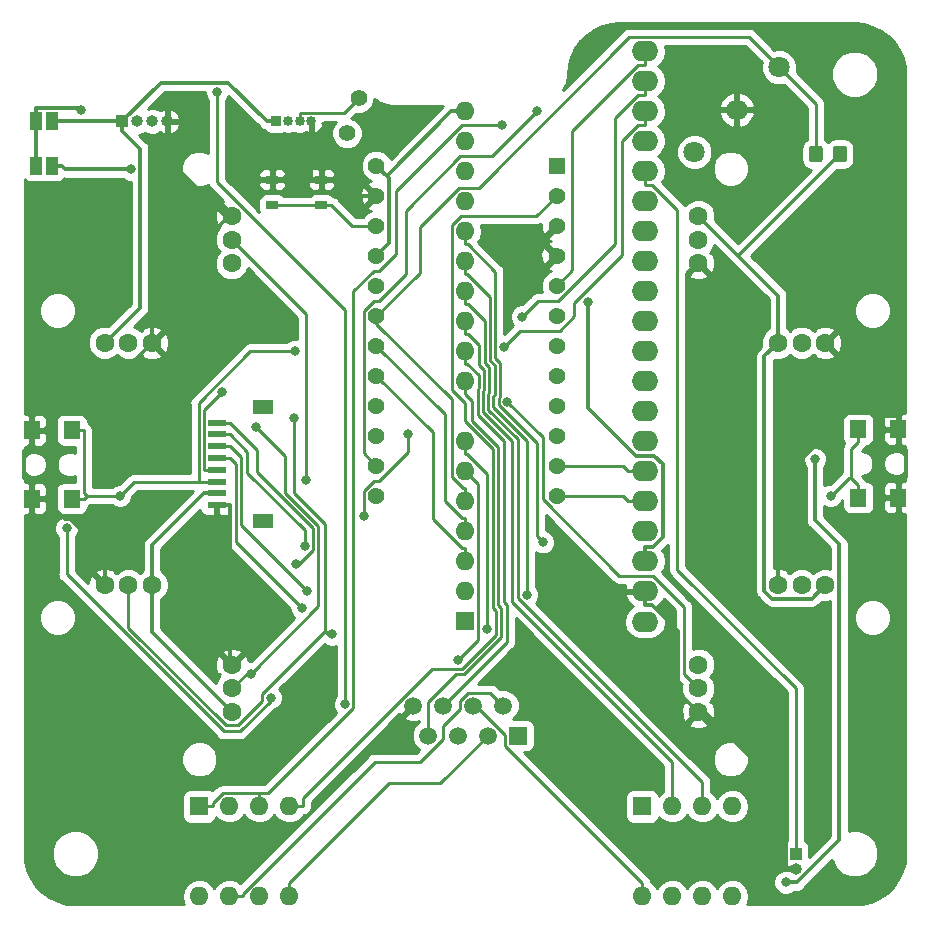
<source format=gbl>
G04 #@! TF.GenerationSoftware,KiCad,Pcbnew,(5.0.0)*
G04 #@! TF.CreationDate,2018-11-07T01:04:36+09:00*
G04 #@! TF.ProjectId,handheld_machine_back,68616E6468656C645F6D616368696E65,rev?*
G04 #@! TF.SameCoordinates,Original*
G04 #@! TF.FileFunction,Copper,L2,Bot,Signal*
G04 #@! TF.FilePolarity,Positive*
%FSLAX46Y46*%
G04 Gerber Fmt 4.6, Leading zero omitted, Abs format (unit mm)*
G04 Created by KiCad (PCBNEW (5.0.0)) date 11/07/18 01:04:36*
%MOMM*%
%LPD*%
G01*
G04 APERTURE LIST*
G04 #@! TA.AperFunction,ComponentPad*
%ADD10C,1.600000*%
G04 #@! TD*
G04 #@! TA.AperFunction,ComponentPad*
%ADD11O,2.250000X1.727200*%
G04 #@! TD*
G04 #@! TA.AperFunction,ComponentPad*
%ADD12O,1.600000X1.600000*%
G04 #@! TD*
G04 #@! TA.AperFunction,ComponentPad*
%ADD13R,1.600000X1.600000*%
G04 #@! TD*
G04 #@! TA.AperFunction,ComponentPad*
%ADD14C,1.425000*%
G04 #@! TD*
G04 #@! TA.AperFunction,ComponentPad*
%ADD15R,1.425000X1.425000*%
G04 #@! TD*
G04 #@! TA.AperFunction,SMDPad,CuDef*
%ADD16R,1.050000X0.650000*%
G04 #@! TD*
G04 #@! TA.AperFunction,SMDPad,CuDef*
%ADD17R,1.400000X1.500000*%
G04 #@! TD*
G04 #@! TA.AperFunction,SMDPad,CuDef*
%ADD18R,1.550000X0.600000*%
G04 #@! TD*
G04 #@! TA.AperFunction,SMDPad,CuDef*
%ADD19R,1.800000X1.200000*%
G04 #@! TD*
G04 #@! TA.AperFunction,ComponentPad*
%ADD20R,1.500000X1.500000*%
G04 #@! TD*
G04 #@! TA.AperFunction,ComponentPad*
%ADD21C,1.500000*%
G04 #@! TD*
G04 #@! TA.AperFunction,SMDPad,CuDef*
%ADD22R,1.000000X1.500000*%
G04 #@! TD*
G04 #@! TA.AperFunction,Conductor*
%ADD23C,0.100000*%
G04 #@! TD*
G04 #@! TA.AperFunction,SMDPad,CuDef*
%ADD24C,1.150000*%
G04 #@! TD*
G04 #@! TA.AperFunction,ComponentPad*
%ADD25C,1.800000*%
G04 #@! TD*
G04 #@! TA.AperFunction,ComponentPad*
%ADD26C,1.400000*%
G04 #@! TD*
G04 #@! TA.AperFunction,ComponentPad*
%ADD27R,1.000000X1.000000*%
G04 #@! TD*
G04 #@! TA.AperFunction,ComponentPad*
%ADD28O,1.000000X1.000000*%
G04 #@! TD*
G04 #@! TA.AperFunction,ComponentPad*
%ADD29R,0.850000X0.850000*%
G04 #@! TD*
G04 #@! TA.AperFunction,ComponentPad*
%ADD30O,0.850000X0.850000*%
G04 #@! TD*
G04 #@! TA.AperFunction,ViaPad*
%ADD31C,0.800000*%
G04 #@! TD*
G04 #@! TA.AperFunction,Conductor*
%ADD32C,0.300000*%
G04 #@! TD*
G04 #@! TA.AperFunction,Conductor*
%ADD33C,0.250000*%
G04 #@! TD*
G04 #@! TA.AperFunction,Conductor*
%ADD34C,0.254000*%
G04 #@! TD*
G04 APERTURE END LIST*
D10*
G04 #@! TO.P,U4,6*
G04 #@! TO.N,VCC*
X111500000Y-122250000D03*
G04 #@! TO.P,U4,5*
G04 #@! TO.N,JOY4B*
X109500000Y-122250000D03*
G04 #@! TO.P,U4,4*
G04 #@! TO.N,GND*
X107500000Y-122250000D03*
G04 #@! TO.P,U4,3*
G04 #@! TO.N,VCC*
X118250000Y-133000000D03*
G04 #@! TO.P,U4,2*
G04 #@! TO.N,JOY4A*
X118250000Y-131000000D03*
G04 #@! TO.P,U4,1*
G04 #@! TO.N,GND*
X118250000Y-129000000D03*
G04 #@! TD*
G04 #@! TO.P,U3,6*
G04 #@! TO.N,VCC*
X157750000Y-129000000D03*
G04 #@! TO.P,U3,5*
G04 #@! TO.N,JOY2B*
X157750000Y-131000000D03*
G04 #@! TO.P,U3,4*
G04 #@! TO.N,GND*
X157750000Y-133000000D03*
G04 #@! TO.P,U3,3*
G04 #@! TO.N,VCC*
X168500000Y-122250000D03*
G04 #@! TO.P,U3,2*
G04 #@! TO.N,JOY2A*
X166500000Y-122250000D03*
G04 #@! TO.P,U3,1*
G04 #@! TO.N,GND*
X164500000Y-122250000D03*
G04 #@! TD*
G04 #@! TO.P,U2,6*
G04 #@! TO.N,VCC*
X164500000Y-101750000D03*
G04 #@! TO.P,U2,5*
G04 #@! TO.N,JOY3B*
X166500000Y-101750000D03*
G04 #@! TO.P,U2,4*
G04 #@! TO.N,GND*
X168500000Y-101750000D03*
G04 #@! TO.P,U2,3*
G04 #@! TO.N,VCC*
X157750000Y-91000000D03*
G04 #@! TO.P,U2,2*
G04 #@! TO.N,JOY3A*
X157750000Y-93000000D03*
G04 #@! TO.P,U2,1*
G04 #@! TO.N,GND*
X157750000Y-95000000D03*
G04 #@! TD*
G04 #@! TO.P,U1,6*
G04 #@! TO.N,VCC*
X118250000Y-95000000D03*
G04 #@! TO.P,U1,5*
G04 #@! TO.N,JOY1B*
X118250000Y-93000000D03*
G04 #@! TO.P,U1,4*
G04 #@! TO.N,GND*
X118250000Y-91000000D03*
G04 #@! TO.P,U1,3*
G04 #@! TO.N,VCC*
X107500000Y-101750000D03*
G04 #@! TO.P,U1,2*
G04 #@! TO.N,JOY1A*
X109500000Y-101750000D03*
G04 #@! TO.P,U1,1*
G04 #@! TO.N,GND*
X111500000Y-101750000D03*
G04 #@! TD*
D11*
G04 #@! TO.P,U6,40*
G04 #@! TO.N,VCC*
X153240000Y-125351600D03*
G04 #@! TO.P,U6,39*
G04 #@! TO.N,GND*
X153240000Y-122760800D03*
G04 #@! TO.P,U6,38*
G04 #@! TO.N,USBVCC*
X153240000Y-120220800D03*
G04 #@! TO.P,U6,37*
G04 #@! TO.N,col4*
X153240000Y-117680800D03*
G04 #@! TO.P,U6,36*
G04 #@! TO.N,col3*
X153240000Y-115140800D03*
G04 #@! TO.P,U6,35*
G04 #@! TO.N,col2*
X153240000Y-112600800D03*
G04 #@! TO.P,U6,34*
G04 #@! TO.N,col1*
X153240000Y-110060800D03*
G04 #@! TO.P,U6,33*
G04 #@! TO.N,row4*
X153240000Y-107520800D03*
G04 #@! TO.P,U6,32*
G04 #@! TO.N,row3*
X153240000Y-104980800D03*
G04 #@! TO.P,U6,31*
G04 #@! TO.N,row2*
X153240000Y-102440800D03*
G04 #@! TO.P,U6,30*
G04 #@! TO.N,row1*
X153240000Y-99900800D03*
G04 #@! TO.P,U6,29*
G04 #@! TO.N,PROMICRO_D+*
X153240000Y-97360800D03*
G04 #@! TO.P,U6,28*
G04 #@! TO.N,PROMICRO_D-*
X153240000Y-94820800D03*
G04 #@! TO.P,U6,27*
G04 #@! TO.N,RX*
X153240000Y-92280800D03*
G04 #@! TO.P,U6,26*
G04 #@! TO.N,TX*
X153240000Y-89740800D03*
G04 #@! TO.P,U6,25*
G04 #@! TO.N,pwm1*
X153240000Y-87200800D03*
G04 #@! TO.P,U6,24*
G04 #@! TO.N,DIN*
X153240000Y-84660800D03*
G04 #@! TO.P,U6,23*
G04 #@! TO.N,DOUT*
X153240000Y-82120800D03*
G04 #@! TO.P,U6,22*
G04 #@! TO.N,CLK*
X153240000Y-79580800D03*
G04 #@! TO.P,U6,21*
G04 #@! TO.N,CS*
X153240000Y-77040800D03*
D12*
G04 #@! TO.P,U6,18*
G04 #@! TO.N,VCC*
X138000000Y-82120800D03*
G04 #@! TO.P,U6,17*
G04 #@! TO.N,N/C*
X138000000Y-84660800D03*
G04 #@! TO.P,U6,16*
G04 #@! TO.N,SDA*
X138000000Y-87200800D03*
G04 #@! TO.P,U6,15*
G04 #@! TO.N,SCL*
X138000000Y-89740800D03*
G04 #@! TO.P,U6,14*
G04 #@! TO.N,Net-(JP3-Pad1)*
X138000000Y-92280800D03*
G04 #@! TO.P,U6,13*
G04 #@! TO.N,Net-(JP4-Pad1)*
X138000000Y-94820800D03*
G04 #@! TO.P,U6,12*
G04 #@! TO.N,LED_D1*
X138000000Y-97360800D03*
G04 #@! TO.P,U6,11*
G04 #@! TO.N,MISO1*
X138000000Y-99900800D03*
G04 #@! TO.P,U6,10*
G04 #@! TO.N,SCK1*
X138000000Y-102440800D03*
G04 #@! TO.P,U6,9*
G04 #@! TO.N,SS1*
X138000000Y-104980800D03*
G04 #@! TO.P,U6,7*
G04 #@! TO.N,Net-(JP5-Pad1)*
X138000000Y-110060800D03*
G04 #@! TO.P,U6,6*
G04 #@! TO.N,Net-(JP6-Pad1)*
X138000000Y-112600800D03*
G04 #@! TO.P,U6,5*
G04 #@! TO.N,enter*
X138000000Y-115140800D03*
G04 #@! TO.P,U6,4*
G04 #@! TO.N,mode2*
X138000000Y-117680800D03*
G04 #@! TO.P,U6,3*
G04 #@! TO.N,mode1*
X138000000Y-120220800D03*
G04 #@! TO.P,U6,2*
G04 #@! TO.N,N/C*
X138000000Y-122760800D03*
D13*
G04 #@! TO.P,U6,1*
X138000000Y-125300800D03*
G04 #@! TD*
D12*
G04 #@! TO.P,SW6,8*
G04 #@! TO.N,pin4*
X153000000Y-148620000D03*
G04 #@! TO.P,SW6,4*
G04 #@! TO.N,MISO1*
X160620000Y-141000000D03*
G04 #@! TO.P,SW6,7*
G04 #@! TO.N,pin4*
X155540000Y-148620000D03*
G04 #@! TO.P,SW6,3*
G04 #@! TO.N,LED_D1*
X158080000Y-141000000D03*
G04 #@! TO.P,SW6,6*
G04 #@! TO.N,pin5*
X158080000Y-148620000D03*
G04 #@! TO.P,SW6,2*
G04 #@! TO.N,MISO1*
X155540000Y-141000000D03*
G04 #@! TO.P,SW6,5*
G04 #@! TO.N,pin5*
X160620000Y-148620000D03*
D13*
G04 #@! TO.P,SW6,1*
G04 #@! TO.N,LED_D1*
X153000000Y-141000000D03*
G04 #@! TD*
G04 #@! TO.P,SW5,1*
G04 #@! TO.N,TX*
X115500000Y-141000000D03*
D12*
G04 #@! TO.P,SW5,5*
G04 #@! TO.N,pin3*
X123120000Y-148620000D03*
G04 #@! TO.P,SW5,2*
G04 #@! TO.N,RX*
X118040000Y-141000000D03*
G04 #@! TO.P,SW5,6*
G04 #@! TO.N,pin3*
X120580000Y-148620000D03*
G04 #@! TO.P,SW5,3*
G04 #@! TO.N,TX*
X120580000Y-141000000D03*
G04 #@! TO.P,SW5,7*
G04 #@! TO.N,pin2*
X118040000Y-148620000D03*
G04 #@! TO.P,SW5,4*
G04 #@! TO.N,RX*
X123120000Y-141000000D03*
G04 #@! TO.P,SW5,8*
G04 #@! TO.N,pin2*
X115500000Y-148620000D03*
G04 #@! TD*
D14*
G04 #@! TO.P,IC1,24*
G04 #@! TO.N,VCC*
X130500000Y-86750000D03*
G04 #@! TO.P,IC1,23*
G04 #@! TO.N,GND*
X130500000Y-89290000D03*
G04 #@! TO.P,IC1,22*
G04 #@! TO.N,Net-(IC1-Pad22)*
X130500000Y-91830000D03*
G04 #@! TO.P,IC1,21*
G04 #@! TO.N,VCC*
X130500000Y-94370000D03*
G04 #@! TO.P,IC1,20*
G04 #@! TO.N,LED_D1*
X130500000Y-96910000D03*
G04 #@! TO.P,IC1,19*
G04 #@! TO.N,enter*
X130500000Y-99450000D03*
G04 #@! TO.P,IC1,18*
G04 #@! TO.N,mode2*
X130500000Y-101990000D03*
G04 #@! TO.P,IC1,17*
G04 #@! TO.N,mode1*
X130500000Y-104530000D03*
G04 #@! TO.P,IC1,16*
G04 #@! TO.N,CLK*
X130500000Y-107070000D03*
G04 #@! TO.P,IC1,15*
G04 #@! TO.N,DOUT*
X130500000Y-109610000D03*
G04 #@! TO.P,IC1,14*
G04 #@! TO.N,DIN*
X130500000Y-112150000D03*
G04 #@! TO.P,IC1,13*
G04 #@! TO.N,col4*
X130500000Y-114690000D03*
G04 #@! TO.P,IC1,12*
G04 #@! TO.N,col3*
X145750000Y-114690000D03*
G04 #@! TO.P,IC1,11*
G04 #@! TO.N,col2*
X145750000Y-112150000D03*
G04 #@! TO.P,IC1,10*
G04 #@! TO.N,col1*
X145750000Y-109610000D03*
G04 #@! TO.P,IC1,9*
G04 #@! TO.N,row4*
X145750000Y-107070000D03*
G04 #@! TO.P,IC1,8*
G04 #@! TO.N,row3*
X145750000Y-104530000D03*
G04 #@! TO.P,IC1,7*
G04 #@! TO.N,row2*
X145750000Y-101990000D03*
G04 #@! TO.P,IC1,6*
G04 #@! TO.N,row1*
X145750000Y-99450000D03*
G04 #@! TO.P,IC1,5*
G04 #@! TO.N,CS*
X145750000Y-96910000D03*
G04 #@! TO.P,IC1,4*
G04 #@! TO.N,GND*
X145750000Y-94370000D03*
G04 #@! TO.P,IC1,3*
X145750000Y-91830000D03*
G04 #@! TO.P,IC1,2*
G04 #@! TO.N,RX*
X145750000Y-89290000D03*
D15*
G04 #@! TO.P,IC1,1*
G04 #@! TO.N,TX*
X145750000Y-86750000D03*
G04 #@! TD*
D16*
G04 #@! TO.P,SW1,1*
G04 #@! TO.N,Net-(IC1-Pad22)*
X121675000Y-90075000D03*
X125825000Y-90075000D03*
G04 #@! TO.P,SW1,2*
G04 #@! TO.N,GND*
X121675000Y-87925000D03*
X125825000Y-87925000D03*
G04 #@! TD*
D17*
G04 #@! TO.P,SW2,2*
G04 #@! TO.N,GND*
X174699635Y-114858817D03*
G04 #@! TO.P,SW2,1*
G04 #@! TO.N,mode1*
X171299635Y-114858817D03*
G04 #@! TO.P,SW2,4*
G04 #@! TO.N,GND*
X174699635Y-109058817D03*
G04 #@! TO.P,SW2,3*
G04 #@! TO.N,mode1*
X171299635Y-109058817D03*
G04 #@! TD*
G04 #@! TO.P,SW3,3*
G04 #@! TO.N,mode2*
X104700365Y-114941183D03*
G04 #@! TO.P,SW3,4*
G04 #@! TO.N,GND*
X101300365Y-114941183D03*
G04 #@! TO.P,SW3,1*
G04 #@! TO.N,mode2*
X104700365Y-109141183D03*
G04 #@! TO.P,SW3,2*
G04 #@! TO.N,GND*
X101300365Y-109141183D03*
G04 #@! TD*
D18*
G04 #@! TO.P,J3,1*
G04 #@! TO.N,row1*
X117000000Y-108500000D03*
G04 #@! TO.P,J3,2*
G04 #@! TO.N,row2*
X117000000Y-109500000D03*
G04 #@! TO.P,J3,3*
G04 #@! TO.N,row3*
X117000000Y-110500000D03*
G04 #@! TO.P,J3,4*
G04 #@! TO.N,row4*
X117000000Y-111500000D03*
G04 #@! TO.P,J3,5*
G04 #@! TO.N,mode1*
X117000000Y-112500000D03*
G04 #@! TO.P,J3,6*
G04 #@! TO.N,mode2*
X117000000Y-113500000D03*
G04 #@! TO.P,J3,7*
G04 #@! TO.N,VCC*
X117000000Y-114500000D03*
G04 #@! TO.P,J3,8*
G04 #@! TO.N,GND*
X117000000Y-115500000D03*
D19*
G04 #@! TO.P,J3,MP*
G04 #@! TO.N,N/C*
X120875000Y-107200000D03*
X120875000Y-116800000D03*
G04 #@! TD*
D20*
G04 #@! TO.P,J4,1*
G04 #@! TO.N,VCC*
X142500000Y-135000000D03*
D21*
G04 #@! TO.P,J4,2*
G04 #@! TO.N,pin2*
X141230000Y-132460000D03*
G04 #@! TO.P,J4,3*
G04 #@! TO.N,pin3*
X139960000Y-135000000D03*
G04 #@! TO.P,J4,4*
G04 #@! TO.N,pin4*
X138690000Y-132460000D03*
G04 #@! TO.P,J4,5*
G04 #@! TO.N,pin5*
X137420000Y-135000000D03*
G04 #@! TO.P,J4,6*
G04 #@! TO.N,SCK1*
X136150000Y-132460000D03*
G04 #@! TO.P,J4,7*
G04 #@! TO.N,SS1*
X134880000Y-135000000D03*
G04 #@! TO.P,J4,8*
G04 #@! TO.N,GND*
X133610000Y-132460000D03*
G04 #@! TD*
D22*
G04 #@! TO.P,JP1,1*
G04 #@! TO.N,VCC*
X103000000Y-83000000D03*
G04 #@! TO.P,JP1,2*
G04 #@! TO.N,Net-(C1-Pad1)*
X101700000Y-83000000D03*
G04 #@! TD*
G04 #@! TO.P,JP2,2*
G04 #@! TO.N,Net-(C1-Pad1)*
X101700000Y-86750000D03*
G04 #@! TO.P,JP2,1*
G04 #@! TO.N,USBVCC*
X103000000Y-86750000D03*
G04 #@! TD*
D23*
G04 #@! TO.N,VCC*
G04 #@! TO.C,R3*
G36*
X170099505Y-85051204D02*
X170123773Y-85054804D01*
X170147572Y-85060765D01*
X170170671Y-85069030D01*
X170192850Y-85079520D01*
X170213893Y-85092132D01*
X170233599Y-85106747D01*
X170251777Y-85123223D01*
X170268253Y-85141401D01*
X170282868Y-85161107D01*
X170295480Y-85182150D01*
X170305970Y-85204329D01*
X170314235Y-85227428D01*
X170320196Y-85251227D01*
X170323796Y-85275495D01*
X170325000Y-85299999D01*
X170325000Y-86200001D01*
X170323796Y-86224505D01*
X170320196Y-86248773D01*
X170314235Y-86272572D01*
X170305970Y-86295671D01*
X170295480Y-86317850D01*
X170282868Y-86338893D01*
X170268253Y-86358599D01*
X170251777Y-86376777D01*
X170233599Y-86393253D01*
X170213893Y-86407868D01*
X170192850Y-86420480D01*
X170170671Y-86430970D01*
X170147572Y-86439235D01*
X170123773Y-86445196D01*
X170099505Y-86448796D01*
X170075001Y-86450000D01*
X169424999Y-86450000D01*
X169400495Y-86448796D01*
X169376227Y-86445196D01*
X169352428Y-86439235D01*
X169329329Y-86430970D01*
X169307150Y-86420480D01*
X169286107Y-86407868D01*
X169266401Y-86393253D01*
X169248223Y-86376777D01*
X169231747Y-86358599D01*
X169217132Y-86338893D01*
X169204520Y-86317850D01*
X169194030Y-86295671D01*
X169185765Y-86272572D01*
X169179804Y-86248773D01*
X169176204Y-86224505D01*
X169175000Y-86200001D01*
X169175000Y-85299999D01*
X169176204Y-85275495D01*
X169179804Y-85251227D01*
X169185765Y-85227428D01*
X169194030Y-85204329D01*
X169204520Y-85182150D01*
X169217132Y-85161107D01*
X169231747Y-85141401D01*
X169248223Y-85123223D01*
X169266401Y-85106747D01*
X169286107Y-85092132D01*
X169307150Y-85079520D01*
X169329329Y-85069030D01*
X169352428Y-85060765D01*
X169376227Y-85054804D01*
X169400495Y-85051204D01*
X169424999Y-85050000D01*
X170075001Y-85050000D01*
X170099505Y-85051204D01*
X170099505Y-85051204D01*
G37*
D24*
G04 #@! TD*
G04 #@! TO.P,R3,1*
G04 #@! TO.N,VCC*
X169750000Y-85750000D03*
D23*
G04 #@! TO.N,enter*
G04 #@! TO.C,R3*
G36*
X168049505Y-85051204D02*
X168073773Y-85054804D01*
X168097572Y-85060765D01*
X168120671Y-85069030D01*
X168142850Y-85079520D01*
X168163893Y-85092132D01*
X168183599Y-85106747D01*
X168201777Y-85123223D01*
X168218253Y-85141401D01*
X168232868Y-85161107D01*
X168245480Y-85182150D01*
X168255970Y-85204329D01*
X168264235Y-85227428D01*
X168270196Y-85251227D01*
X168273796Y-85275495D01*
X168275000Y-85299999D01*
X168275000Y-86200001D01*
X168273796Y-86224505D01*
X168270196Y-86248773D01*
X168264235Y-86272572D01*
X168255970Y-86295671D01*
X168245480Y-86317850D01*
X168232868Y-86338893D01*
X168218253Y-86358599D01*
X168201777Y-86376777D01*
X168183599Y-86393253D01*
X168163893Y-86407868D01*
X168142850Y-86420480D01*
X168120671Y-86430970D01*
X168097572Y-86439235D01*
X168073773Y-86445196D01*
X168049505Y-86448796D01*
X168025001Y-86450000D01*
X167374999Y-86450000D01*
X167350495Y-86448796D01*
X167326227Y-86445196D01*
X167302428Y-86439235D01*
X167279329Y-86430970D01*
X167257150Y-86420480D01*
X167236107Y-86407868D01*
X167216401Y-86393253D01*
X167198223Y-86376777D01*
X167181747Y-86358599D01*
X167167132Y-86338893D01*
X167154520Y-86317850D01*
X167144030Y-86295671D01*
X167135765Y-86272572D01*
X167129804Y-86248773D01*
X167126204Y-86224505D01*
X167125000Y-86200001D01*
X167125000Y-85299999D01*
X167126204Y-85275495D01*
X167129804Y-85251227D01*
X167135765Y-85227428D01*
X167144030Y-85204329D01*
X167154520Y-85182150D01*
X167167132Y-85161107D01*
X167181747Y-85141401D01*
X167198223Y-85123223D01*
X167216401Y-85106747D01*
X167236107Y-85092132D01*
X167257150Y-85079520D01*
X167279329Y-85069030D01*
X167302428Y-85060765D01*
X167326227Y-85054804D01*
X167350495Y-85051204D01*
X167374999Y-85050000D01*
X168025001Y-85050000D01*
X168049505Y-85051204D01*
X168049505Y-85051204D01*
G37*
D24*
G04 #@! TD*
G04 #@! TO.P,R3,2*
G04 #@! TO.N,enter*
X167700000Y-85750000D03*
D25*
G04 #@! TO.P,SW4,1*
G04 #@! TO.N,enter*
X164592102Y-78407898D03*
G04 #@! TO.P,SW4,2*
G04 #@! TO.N,GND*
X161000000Y-82000000D03*
G04 #@! TO.P,SW4,3*
G04 #@! TO.N,N/C*
X157407898Y-85592102D03*
G04 #@! TD*
D26*
G04 #@! TO.P,TP1,1*
G04 #@! TO.N,PROMICRO_D+*
X129000000Y-81000000D03*
G04 #@! TD*
G04 #@! TO.P,TP2,1*
G04 #@! TO.N,PROMICRO_D-*
X128000000Y-84000000D03*
G04 #@! TD*
D27*
G04 #@! TO.P,J5,1*
G04 #@! TO.N,VCC*
X109000000Y-83000000D03*
D28*
G04 #@! TO.P,J5,2*
G04 #@! TO.N,SDA*
X110270000Y-83000000D03*
G04 #@! TO.P,J5,3*
G04 #@! TO.N,SCL*
X111540000Y-83000000D03*
G04 #@! TO.P,J5,4*
G04 #@! TO.N,GND*
X112810000Y-83000000D03*
G04 #@! TD*
D29*
G04 #@! TO.P,J1,1*
G04 #@! TO.N,VCC*
X122000000Y-83000000D03*
D30*
G04 #@! TO.P,J1,2*
G04 #@! TO.N,PROMICRO_D-*
X123000000Y-83000000D03*
G04 #@! TO.P,J1,3*
G04 #@! TO.N,PROMICRO_D+*
X124000000Y-83000000D03*
G04 #@! TO.P,J1,4*
G04 #@! TO.N,GND*
X125000000Y-83000000D03*
G04 #@! TD*
D27*
G04 #@! TO.P,J6,1*
G04 #@! TO.N,pwm1*
X166000000Y-145000000D03*
D28*
G04 #@! TO.P,J6,2*
G04 #@! TO.N,GND*
X166000000Y-146270000D03*
G04 #@! TD*
D31*
G04 #@! TO.N,row1*
X133164300Y-109489900D03*
X129433200Y-116405500D03*
X123685800Y-120477900D03*
G04 #@! TO.N,row2*
X124411200Y-118960800D03*
G04 #@! TO.N,row3*
X124607100Y-122756300D03*
G04 #@! TO.N,row4*
X124188600Y-124223800D03*
G04 #@! TO.N,DIN*
X144115900Y-82141800D03*
G04 #@! TO.N,DOUT*
X141285600Y-102110000D03*
G04 #@! TO.N,CLK*
X142840300Y-99528500D03*
G04 #@! TO.N,JOY1B*
X124541600Y-113390400D03*
G04 #@! TO.N,JOY2B*
X141585200Y-106720900D03*
G04 #@! TO.N,JOY4A*
X119897700Y-129746600D03*
X120297500Y-108860800D03*
G04 #@! TO.N,JOY4B*
X126760500Y-126438000D03*
X123520600Y-108095900D03*
G04 #@! TO.N,Net-(C1-Pad1)*
X105474200Y-82044200D03*
X167637700Y-111572100D03*
X165144200Y-147426200D03*
G04 #@! TO.N,Net-(D1-Pad2)*
X117000700Y-80479300D03*
X127829000Y-132351300D03*
G04 #@! TO.N,Net-(D3-Pad2)*
X104268800Y-117443900D03*
X121533500Y-131798600D03*
G04 #@! TO.N,mode2*
X123588300Y-102475000D03*
X108785500Y-114711100D03*
G04 #@! TO.N,mode1*
X117385000Y-105951100D03*
X168963900Y-114705500D03*
G04 #@! TO.N,TX*
X141135400Y-83311300D03*
G04 #@! TO.N,USBVCC*
X148412200Y-98272000D03*
X109698000Y-87053500D03*
G04 #@! TO.N,Net-(JP3-Pad1)*
X144572500Y-118623700D03*
G04 #@! TO.N,Net-(JP4-Pad1)*
X143218300Y-123071600D03*
G04 #@! TO.N,Net-(JP5-Pad1)*
X139864500Y-125978400D03*
G04 #@! TO.N,Net-(JP6-Pad1)*
X137411500Y-128619500D03*
G04 #@! TD*
D32*
G04 #@! TO.N,GND*
X117811300Y-91188300D02*
X118061700Y-91188300D01*
X118061700Y-91188300D02*
X118250000Y-91000000D01*
X112810000Y-83000000D02*
X112810000Y-86187000D01*
X112810000Y-86187000D02*
X117811300Y-91188300D01*
X111500000Y-101750000D02*
X111500000Y-97499600D01*
X111500000Y-97499600D02*
X117811300Y-91188300D01*
X102350700Y-109141200D02*
X105398700Y-106093200D01*
X105398700Y-106093200D02*
X107156800Y-106093200D01*
X107156800Y-106093200D02*
X111500000Y-101750000D01*
X171725100Y-106423700D02*
X164500000Y-113648800D01*
X164500000Y-113648800D02*
X164500000Y-122250000D01*
X174699600Y-107958500D02*
X173259900Y-107958500D01*
X173259900Y-107958500D02*
X171725100Y-106423700D01*
X171725100Y-106423700D02*
X171725100Y-104975100D01*
X171725100Y-104975100D02*
X168500000Y-101750000D01*
X107500000Y-122250000D02*
X107500000Y-119614000D01*
X107500000Y-119614000D02*
X104579600Y-116693600D01*
X104579600Y-116693600D02*
X104103100Y-116693600D01*
X104103100Y-116693600D02*
X102350700Y-114941200D01*
X101300400Y-114941200D02*
X102350700Y-114941200D01*
X101300400Y-109141200D02*
X102350700Y-109141200D01*
X174699600Y-109058800D02*
X174699600Y-107958500D01*
X166000000Y-146270000D02*
X165149700Y-146270000D01*
X165149700Y-146270000D02*
X165149700Y-139813300D01*
X165149700Y-139813300D02*
X158336400Y-133000000D01*
X158336400Y-133000000D02*
X157750000Y-133000000D01*
X125000000Y-87739500D02*
X125185500Y-87925000D01*
X125185500Y-87925000D02*
X125387400Y-87925000D01*
X125000000Y-83775300D02*
X125000000Y-87739500D01*
X125000000Y-87739500D02*
X122735800Y-87739500D01*
X122735800Y-87739500D02*
X122550300Y-87925000D01*
X121675000Y-87925000D02*
X122550300Y-87925000D01*
X153240000Y-122760800D02*
X153240000Y-123974700D01*
X153240000Y-123974700D02*
X153846900Y-123974700D01*
X153846900Y-123974700D02*
X156036500Y-126164300D01*
X156036500Y-126164300D02*
X156036500Y-131286500D01*
X156036500Y-131286500D02*
X157750000Y-133000000D01*
X125825000Y-87925000D02*
X126700300Y-87925000D01*
X130500000Y-89290000D02*
X128065300Y-89290000D01*
X128065300Y-89290000D02*
X126700300Y-87925000D01*
X125825000Y-87925000D02*
X125387400Y-87925000D01*
X174699600Y-109058800D02*
X174699600Y-110159100D01*
X174699600Y-114858800D02*
X174699600Y-113758500D01*
X174699600Y-110159100D02*
X175345800Y-110805300D01*
X175345800Y-110805300D02*
X175345800Y-113112300D01*
X175345800Y-113112300D02*
X174699600Y-113758500D01*
X101300400Y-109141200D02*
X101300400Y-110241500D01*
X101300400Y-114941200D02*
X101300400Y-113840900D01*
X101300400Y-113840900D02*
X100654100Y-113194600D01*
X100654100Y-113194600D02*
X100654100Y-110887800D01*
X100654100Y-110887800D02*
X101300400Y-110241500D01*
X117000000Y-115500000D02*
X118125300Y-115500000D01*
X118125300Y-115500000D02*
X118125300Y-128875300D01*
X118125300Y-128875300D02*
X118250000Y-129000000D01*
X125000000Y-83000000D02*
X125000000Y-83775300D01*
D33*
G04 #@! TO.N,CS*
X153240000Y-78229700D02*
X152645600Y-78229700D01*
X152645600Y-78229700D02*
X147039100Y-83836200D01*
X147039100Y-83836200D02*
X147039100Y-95620900D01*
X147039100Y-95620900D02*
X145750000Y-96910000D01*
X153240000Y-77040800D02*
X153240000Y-78229700D01*
G04 #@! TO.N,row1*
X133164300Y-109489900D02*
X133164300Y-111006000D01*
X133164300Y-111006000D02*
X130750300Y-113420000D01*
X130750300Y-113420000D02*
X130277800Y-113420000D01*
X130277800Y-113420000D02*
X129433200Y-114264600D01*
X129433200Y-114264600D02*
X129433200Y-116405500D01*
X123685800Y-120477900D02*
X123919900Y-120477900D01*
X123919900Y-120477900D02*
X125136500Y-119261300D01*
X125136500Y-119261300D02*
X125136500Y-117418100D01*
X125136500Y-117418100D02*
X120429300Y-112710900D01*
X120429300Y-112710900D02*
X120429300Y-110829000D01*
X120429300Y-110829000D02*
X118100300Y-108500000D01*
X117000000Y-108500000D02*
X118100300Y-108500000D01*
G04 #@! TO.N,row2*
X118100300Y-109500000D02*
X119580900Y-110980600D01*
X119580900Y-110980600D02*
X119580900Y-112767900D01*
X119580900Y-112767900D02*
X124411200Y-117598200D01*
X124411200Y-117598200D02*
X124411200Y-118960800D01*
X117000000Y-109500000D02*
X118100300Y-109500000D01*
G04 #@! TO.N,row3*
X118100300Y-110500000D02*
X119051100Y-111450800D01*
X119051100Y-111450800D02*
X119051100Y-117200300D01*
X119051100Y-117200300D02*
X124607100Y-122756300D01*
X117000000Y-110500000D02*
X118100300Y-110500000D01*
G04 #@! TO.N,row4*
X118100300Y-111500000D02*
X118600700Y-112000400D01*
X118600700Y-112000400D02*
X118600700Y-118635900D01*
X118600700Y-118635900D02*
X124188600Y-124223800D01*
X117000000Y-111500000D02*
X118100300Y-111500000D01*
G04 #@! TO.N,col2*
X153240000Y-112600800D02*
X151789700Y-112600800D01*
X145750000Y-112150000D02*
X151338900Y-112150000D01*
X151338900Y-112150000D02*
X151789700Y-112600800D01*
G04 #@! TO.N,col3*
X153240000Y-115140800D02*
X151789700Y-115140800D01*
X145750000Y-114690000D02*
X151338900Y-114690000D01*
X151338900Y-114690000D02*
X151789700Y-115140800D01*
G04 #@! TO.N,DIN*
X144115900Y-82141800D02*
X140326900Y-85930800D01*
X140326900Y-85930800D02*
X137612900Y-85930800D01*
X137612900Y-85930800D02*
X132990800Y-90552900D01*
X132990800Y-90552900D02*
X132990800Y-95896900D01*
X132990800Y-95896900D02*
X130707700Y-98180000D01*
X130707700Y-98180000D02*
X130282300Y-98180000D01*
X130282300Y-98180000D02*
X129444600Y-99017700D01*
X129444600Y-99017700D02*
X129444600Y-111094600D01*
X129444600Y-111094600D02*
X130500000Y-112150000D01*
G04 #@! TO.N,DOUT*
X153240000Y-82120800D02*
X153240000Y-83309700D01*
X141285600Y-102110000D02*
X142675600Y-100720000D01*
X142675600Y-100720000D02*
X146004700Y-100720000D01*
X146004700Y-100720000D02*
X147246300Y-99478400D01*
X147246300Y-99478400D02*
X147246300Y-98403000D01*
X147246300Y-98403000D02*
X151318200Y-94331100D01*
X151318200Y-94331100D02*
X151318200Y-84637100D01*
X151318200Y-84637100D02*
X152645600Y-83309700D01*
X152645600Y-83309700D02*
X153240000Y-83309700D01*
G04 #@! TO.N,CLK*
X153240000Y-79580800D02*
X153240000Y-80769700D01*
X142840300Y-99528500D02*
X144144300Y-98224500D01*
X144144300Y-98224500D02*
X145908100Y-98224500D01*
X145908100Y-98224500D02*
X150735300Y-93397300D01*
X150735300Y-93397300D02*
X150735300Y-82680000D01*
X150735300Y-82680000D02*
X152645600Y-80769700D01*
X152645600Y-80769700D02*
X153240000Y-80769700D01*
D32*
G04 #@! TO.N,VCC*
X109000000Y-83000000D02*
X109000000Y-83850300D01*
X109000000Y-83850300D02*
X110471600Y-85321900D01*
X110471600Y-85321900D02*
X110471600Y-98778400D01*
X110471600Y-98778400D02*
X107500000Y-101750000D01*
X109000000Y-83000000D02*
X103850300Y-83000000D01*
X121224700Y-83000000D02*
X117937800Y-79713100D01*
X117937800Y-79713100D02*
X112286900Y-79713100D01*
X112286900Y-79713100D02*
X109000000Y-83000000D01*
X103000000Y-83000000D02*
X103850300Y-83000000D01*
X131360300Y-87610200D02*
X131566100Y-87816100D01*
X131566100Y-87816100D02*
X131566100Y-93303900D01*
X131566100Y-93303900D02*
X130500000Y-94370000D01*
X130500000Y-86750000D02*
X131360300Y-87610200D01*
X136849700Y-82120800D02*
X131360300Y-87610200D01*
X138000000Y-82120800D02*
X136849700Y-82120800D01*
X122000000Y-83000000D02*
X121224700Y-83000000D01*
X117000000Y-114500000D02*
X115874700Y-114500000D01*
X111500000Y-122250000D02*
X111500000Y-118874700D01*
X111500000Y-118874700D02*
X115874700Y-114500000D01*
X118250000Y-133000000D02*
X111500000Y-126250000D01*
X111500000Y-126250000D02*
X111500000Y-122250000D01*
X164500000Y-101750000D02*
X163349600Y-102900400D01*
X163349600Y-102900400D02*
X163349600Y-122727400D01*
X163349600Y-122727400D02*
X164032400Y-123410200D01*
X164032400Y-123410200D02*
X167339800Y-123410200D01*
X167339800Y-123410200D02*
X168500000Y-122250000D01*
X161125000Y-94375000D02*
X164500000Y-97750000D01*
X164500000Y-97750000D02*
X164500000Y-101750000D01*
X157750000Y-91000000D02*
X161125000Y-94375000D01*
X161125000Y-94375000D02*
X169750000Y-85750000D01*
D33*
G04 #@! TO.N,Net-(IC1-Pad22)*
X125825000Y-90075000D02*
X126675300Y-90075000D01*
X126675300Y-90075000D02*
X128430300Y-91830000D01*
X128430300Y-91830000D02*
X130500000Y-91830000D01*
X121675000Y-90075000D02*
X125825000Y-90075000D01*
G04 #@! TO.N,JOY1B*
X118250000Y-93000000D02*
X124541600Y-99291600D01*
X124541600Y-99291600D02*
X124541600Y-113390400D01*
G04 #@! TO.N,JOY2B*
X141585200Y-106720900D02*
X144572600Y-109708300D01*
X144572600Y-109708300D02*
X144572600Y-114996000D01*
X144572600Y-114996000D02*
X151067400Y-121490800D01*
X151067400Y-121490800D02*
X153919500Y-121490800D01*
X153919500Y-121490800D02*
X156511900Y-124083200D01*
X156511900Y-124083200D02*
X156511900Y-129761900D01*
X156511900Y-129761900D02*
X157750000Y-131000000D01*
G04 #@! TO.N,JOY4A*
X119897700Y-129746600D02*
X125586800Y-124057500D01*
X125586800Y-124057500D02*
X125586800Y-117231500D01*
X125586800Y-117231500D02*
X122784600Y-114429300D01*
X122784600Y-114429300D02*
X122784600Y-111347900D01*
X122784600Y-111347900D02*
X120297500Y-108860800D01*
X118250000Y-131000000D02*
X119503400Y-129746600D01*
X119503400Y-129746600D02*
X119897700Y-129746600D01*
G04 #@! TO.N,JOY4B*
X126136700Y-126169700D02*
X126136700Y-117064800D01*
X126136700Y-117064800D02*
X123520600Y-114448700D01*
X123520600Y-114448700D02*
X123520600Y-108095900D01*
X126136700Y-126169700D02*
X126405000Y-126438000D01*
X126405000Y-126438000D02*
X126760500Y-126438000D01*
X126136700Y-126169700D02*
X120808200Y-131498200D01*
X120808200Y-131498200D02*
X120808200Y-132074300D01*
X120808200Y-132074300D02*
X118748000Y-134134500D01*
X118748000Y-134134500D02*
X117769100Y-134134500D01*
X117769100Y-134134500D02*
X109500000Y-125865400D01*
X109500000Y-125865400D02*
X109500000Y-122250000D01*
D32*
G04 #@! TO.N,Net-(C1-Pad1)*
X101700000Y-83000000D02*
X101700000Y-81899700D01*
X101700000Y-81899700D02*
X105329700Y-81899700D01*
X105329700Y-81899700D02*
X105474200Y-82044200D01*
X101700000Y-86750000D02*
X101700000Y-83000000D01*
X167637700Y-111572100D02*
X167637700Y-116761300D01*
X167637700Y-116761300D02*
X169691300Y-118814900D01*
X169691300Y-118814900D02*
X169691300Y-143837000D01*
X169691300Y-143837000D02*
X166102200Y-147426100D01*
X166102200Y-147426100D02*
X165144200Y-147426100D01*
X165144200Y-147426100D02*
X165144200Y-147426200D01*
D33*
G04 #@! TO.N,LED_D1*
X138000000Y-98486100D02*
X138240400Y-98486100D01*
X138240400Y-98486100D02*
X139659700Y-99905400D01*
X139659700Y-99905400D02*
X139659700Y-103436500D01*
X139659700Y-103436500D02*
X140053100Y-103829900D01*
X140053100Y-103829900D02*
X140053100Y-105953500D01*
X140053100Y-105953500D02*
X139959300Y-106047300D01*
X139959300Y-106047300D02*
X139959300Y-107394500D01*
X139959300Y-107394500D02*
X142466700Y-109901900D01*
X142466700Y-109901900D02*
X142466700Y-123345900D01*
X142466700Y-123345900D02*
X158080000Y-138959200D01*
X158080000Y-138959200D02*
X158080000Y-139874700D01*
X158080000Y-141000000D02*
X158080000Y-139874700D01*
X138000000Y-97360800D02*
X138000000Y-98486100D01*
G04 #@! TO.N,Net-(D1-Pad2)*
X117000700Y-80479300D02*
X117000700Y-88159100D01*
X117000700Y-88159100D02*
X127829000Y-98987400D01*
X127829000Y-98987400D02*
X127829000Y-132351300D01*
G04 #@! TO.N,Net-(D3-Pad2)*
X121533500Y-131798600D02*
X121533500Y-132056400D01*
X121533500Y-132056400D02*
X118950200Y-134639700D01*
X118950200Y-134639700D02*
X117566100Y-134639700D01*
X117566100Y-134639700D02*
X104268800Y-121342400D01*
X104268800Y-121342400D02*
X104268800Y-117443900D01*
G04 #@! TO.N,enter*
X130500000Y-99450000D02*
X134151200Y-95798800D01*
X134151200Y-95798800D02*
X134151200Y-91926800D01*
X134151200Y-91926800D02*
X137471000Y-88607000D01*
X137471000Y-88607000D02*
X139164500Y-88607000D01*
X139164500Y-88607000D02*
X151923800Y-75847700D01*
X151923800Y-75847700D02*
X162031900Y-75847700D01*
X162031900Y-75847700D02*
X164592100Y-78407900D01*
X130500000Y-99450000D02*
X130500000Y-100143300D01*
X130500000Y-100143300D02*
X136874700Y-106518000D01*
X136874700Y-106518000D02*
X136874700Y-113083000D01*
X136874700Y-113083000D02*
X137807200Y-114015500D01*
X137807200Y-114015500D02*
X138000000Y-114015500D01*
X167700000Y-85750000D02*
X167700000Y-81515800D01*
X167700000Y-81515800D02*
X164592100Y-78407900D01*
X138000000Y-115140800D02*
X138000000Y-114015500D01*
G04 #@! TO.N,mode2*
X115446700Y-113497200D02*
X109999400Y-113497200D01*
X109999400Y-113497200D02*
X108785500Y-114711100D01*
X117000000Y-113500000D02*
X115449500Y-113500000D01*
X115449500Y-113500000D02*
X115446700Y-113497200D01*
X115446700Y-113497200D02*
X115446700Y-106842800D01*
X115446700Y-106842800D02*
X119814500Y-102475000D01*
X119814500Y-102475000D02*
X123588300Y-102475000D01*
X108785500Y-114711100D02*
X105955800Y-114711100D01*
X105955800Y-114711100D02*
X105725700Y-114941200D01*
X105725700Y-109141200D02*
X105725700Y-114481000D01*
X105725700Y-114481000D02*
X105955800Y-114711100D01*
X138000000Y-116555500D02*
X137718700Y-116555500D01*
X137718700Y-116555500D02*
X136304800Y-115141600D01*
X136304800Y-115141600D02*
X136304800Y-107794800D01*
X136304800Y-107794800D02*
X130500000Y-101990000D01*
X104700400Y-109141200D02*
X105725700Y-109141200D01*
X104700400Y-114941200D02*
X105725700Y-114941200D01*
X138000000Y-117680800D02*
X138000000Y-116555500D01*
G04 #@! TO.N,mode1*
X138000000Y-120220800D02*
X138000000Y-119095500D01*
X130500000Y-104530000D02*
X135297100Y-109327100D01*
X135297100Y-109327100D02*
X135297100Y-116673900D01*
X135297100Y-116673900D02*
X137718700Y-119095500D01*
X137718700Y-119095500D02*
X138000000Y-119095500D01*
X117000000Y-112500000D02*
X115899700Y-112500000D01*
X115899700Y-112500000D02*
X115899700Y-107436400D01*
X115899700Y-107436400D02*
X117385000Y-105951100D01*
X170695700Y-113179600D02*
X170489800Y-113179600D01*
X170489800Y-113179600D02*
X168963900Y-114705500D01*
X170695700Y-113179600D02*
X171299600Y-113783500D01*
X171299600Y-110134100D02*
X170695700Y-110738000D01*
X170695700Y-110738000D02*
X170695700Y-113179600D01*
X171299600Y-114858800D02*
X171299600Y-113783500D01*
X171299600Y-109058800D02*
X171299600Y-110134100D01*
G04 #@! TO.N,RX*
X145750000Y-89290000D02*
X144029200Y-91010800D01*
X144029200Y-91010800D02*
X137644100Y-91010800D01*
X137644100Y-91010800D02*
X136874700Y-91780200D01*
X136874700Y-91780200D02*
X136874700Y-105739400D01*
X136874700Y-105739400D02*
X138000000Y-106864700D01*
X138000000Y-106864700D02*
X138000000Y-108393200D01*
X138000000Y-108393200D02*
X140383900Y-110777100D01*
X140383900Y-110777100D02*
X140383900Y-124204400D01*
X140383900Y-124204400D02*
X140609100Y-124429600D01*
X140609100Y-124429600D02*
X140609100Y-126447700D01*
X140609100Y-126447700D02*
X137712000Y-129344800D01*
X137712000Y-129344800D02*
X135197200Y-129344800D01*
X135197200Y-129344800D02*
X124245300Y-140296700D01*
X124245300Y-140296700D02*
X124245300Y-141000000D01*
X123120000Y-141000000D02*
X124245300Y-141000000D01*
G04 #@! TO.N,TX*
X120580000Y-139874700D02*
X121331400Y-139874700D01*
X121331400Y-139874700D02*
X128554300Y-132651800D01*
X128554300Y-132651800D02*
X128554300Y-97383300D01*
X128554300Y-97383300D02*
X130297600Y-95640000D01*
X130297600Y-95640000D02*
X130739800Y-95640000D01*
X130739800Y-95640000D02*
X132149000Y-94230800D01*
X132149000Y-94230800D02*
X132149000Y-88918000D01*
X132149000Y-88918000D02*
X137755700Y-83311300D01*
X137755700Y-83311300D02*
X141135400Y-83311300D01*
X116625300Y-141000000D02*
X116625300Y-140718600D01*
X116625300Y-140718600D02*
X117469200Y-139874700D01*
X117469200Y-139874700D02*
X120580000Y-139874700D01*
X120580000Y-139987300D02*
X120580000Y-139874700D01*
X115500000Y-141000000D02*
X116625300Y-141000000D01*
X120580000Y-141000000D02*
X120580000Y-139987300D01*
G04 #@! TO.N,PROMICRO_D+*
X124000000Y-83000000D02*
X124000000Y-82249700D01*
X124000000Y-82249700D02*
X127750300Y-82249700D01*
X127750300Y-82249700D02*
X129000000Y-81000000D01*
G04 #@! TO.N,pin2*
X119165300Y-148620000D02*
X119165300Y-148414900D01*
X119165300Y-148414900D02*
X130356200Y-137224000D01*
X130356200Y-137224000D02*
X134185300Y-137224000D01*
X134185300Y-137224000D02*
X136150000Y-135259300D01*
X136150000Y-135259300D02*
X136150000Y-134165100D01*
X136150000Y-134165100D02*
X137579400Y-132735700D01*
X137579400Y-132735700D02*
X137579400Y-132049800D01*
X137579400Y-132049800D02*
X138271100Y-131358100D01*
X138271100Y-131358100D02*
X140128100Y-131358100D01*
X140128100Y-131358100D02*
X141230000Y-132460000D01*
X118040000Y-148620000D02*
X119165300Y-148620000D01*
G04 #@! TO.N,pin3*
X123120000Y-148620000D02*
X123120000Y-147494700D01*
X139960000Y-135000000D02*
X135912600Y-139047400D01*
X135912600Y-139047400D02*
X131567300Y-139047400D01*
X131567300Y-139047400D02*
X123120000Y-147494700D01*
G04 #@! TO.N,pin4*
X153000000Y-148620000D02*
X153000000Y-147494700D01*
X138690000Y-132460000D02*
X138949500Y-132460000D01*
X138949500Y-132460000D02*
X141424600Y-134935100D01*
X141424600Y-134935100D02*
X141424600Y-135919300D01*
X141424600Y-135919300D02*
X153000000Y-147494700D01*
G04 #@! TO.N,MISO1*
X138000000Y-101026100D02*
X138281300Y-101026100D01*
X138281300Y-101026100D02*
X139209400Y-101954200D01*
X139209400Y-101954200D02*
X139209400Y-103623100D01*
X139209400Y-103623100D02*
X139602800Y-104016500D01*
X139602800Y-104016500D02*
X139602800Y-105766900D01*
X139602800Y-105766900D02*
X139509000Y-105860700D01*
X139509000Y-105860700D02*
X139509000Y-107581100D01*
X139509000Y-107581100D02*
X141960100Y-110032200D01*
X141960100Y-110032200D02*
X141960100Y-123662800D01*
X141960100Y-123662800D02*
X155540000Y-137242700D01*
X155540000Y-137242700D02*
X155540000Y-139874700D01*
X155540000Y-141000000D02*
X155540000Y-139874700D01*
X138000000Y-99900800D02*
X138000000Y-101026100D01*
G04 #@! TO.N,SCK1*
X138000000Y-103566100D02*
X138207500Y-103566100D01*
X138207500Y-103566100D02*
X139152500Y-104511100D01*
X139152500Y-104511100D02*
X139152500Y-105580300D01*
X139152500Y-105580300D02*
X139058700Y-105674100D01*
X139058700Y-105674100D02*
X139058700Y-107819600D01*
X139058700Y-107819600D02*
X141284500Y-110045400D01*
X141284500Y-110045400D02*
X141284500Y-123662500D01*
X141284500Y-123662500D02*
X141524100Y-123902100D01*
X141524100Y-123902100D02*
X141524100Y-127085900D01*
X141524100Y-127085900D02*
X136150000Y-132460000D01*
X138000000Y-102440800D02*
X138000000Y-103566100D01*
G04 #@! TO.N,SS1*
X138000000Y-106106100D02*
X138569600Y-106675700D01*
X138569600Y-106675700D02*
X138569600Y-108325900D01*
X138569600Y-108325900D02*
X140834200Y-110590500D01*
X140834200Y-110590500D02*
X140834200Y-123980500D01*
X140834200Y-123980500D02*
X141059500Y-124205800D01*
X141059500Y-124205800D02*
X141059500Y-126634200D01*
X141059500Y-126634200D02*
X137898600Y-129795100D01*
X137898600Y-129795100D02*
X137259100Y-129795100D01*
X137259100Y-129795100D02*
X134880000Y-132174200D01*
X134880000Y-132174200D02*
X134880000Y-135000000D01*
X138000000Y-104980800D02*
X138000000Y-106106100D01*
G04 #@! TO.N,pwm1*
X166000000Y-145000000D02*
X166000000Y-131000400D01*
X166000000Y-131000400D02*
X155948500Y-120948900D01*
X155948500Y-120948900D02*
X155948500Y-90503800D01*
X155948500Y-90503800D02*
X153834400Y-88389700D01*
X153834400Y-88389700D02*
X153240000Y-88389700D01*
X153240000Y-87200800D02*
X153240000Y-88389700D01*
D32*
G04 #@! TO.N,USBVCC*
X153240000Y-119006900D02*
X153908800Y-119006900D01*
X153908800Y-119006900D02*
X154736200Y-118179500D01*
X154736200Y-118179500D02*
X154736200Y-112041100D01*
X154736200Y-112041100D02*
X154025900Y-111330800D01*
X154025900Y-111330800D02*
X152509000Y-111330800D01*
X152509000Y-111330800D02*
X148412200Y-107234000D01*
X148412200Y-107234000D02*
X148412200Y-98272000D01*
X103850300Y-86750000D02*
X104153800Y-87053500D01*
X104153800Y-87053500D02*
X109698000Y-87053500D01*
X103000000Y-86750000D02*
X103850300Y-86750000D01*
X153240000Y-120220800D02*
X153240000Y-119006900D01*
D33*
G04 #@! TO.N,Net-(JP3-Pad1)*
X138000000Y-93406100D02*
X138218800Y-93406100D01*
X138218800Y-93406100D02*
X140560300Y-95747600D01*
X140560300Y-95747600D02*
X140560300Y-103063300D01*
X140560300Y-103063300D02*
X140953700Y-103456700D01*
X140953700Y-103456700D02*
X140953700Y-106326700D01*
X140953700Y-106326700D02*
X140859900Y-106420500D01*
X140859900Y-106420500D02*
X140859900Y-107021300D01*
X140859900Y-107021300D02*
X144067700Y-110229100D01*
X144067700Y-110229100D02*
X144067700Y-118119000D01*
X144067700Y-118119000D02*
X144067800Y-118119000D01*
X144067800Y-118119000D02*
X144572500Y-118623700D01*
X138000000Y-92280800D02*
X138000000Y-93406100D01*
G04 #@! TO.N,Net-(JP4-Pad1)*
X138000000Y-95946100D02*
X138176900Y-95946100D01*
X138176900Y-95946100D02*
X140110000Y-97879200D01*
X140110000Y-97879200D02*
X140110000Y-103249900D01*
X140110000Y-103249900D02*
X140503400Y-103643300D01*
X140503400Y-103643300D02*
X140503400Y-106140100D01*
X140503400Y-106140100D02*
X140409600Y-106233900D01*
X140409600Y-106233900D02*
X140409600Y-107207900D01*
X140409600Y-107207900D02*
X143218300Y-110016600D01*
X143218300Y-110016600D02*
X143218300Y-123071600D01*
X138000000Y-94820800D02*
X138000000Y-95946100D01*
G04 #@! TO.N,Net-(JP5-Pad1)*
X138000000Y-111186100D02*
X138196300Y-111186100D01*
X138196300Y-111186100D02*
X139864500Y-112854300D01*
X139864500Y-112854300D02*
X139864500Y-125978400D01*
X138000000Y-110060800D02*
X138000000Y-111186100D01*
G04 #@! TO.N,Net-(JP6-Pad1)*
X138000000Y-112600800D02*
X139132300Y-113733100D01*
X139132300Y-113733100D02*
X139132300Y-126898700D01*
X139132300Y-126898700D02*
X137411500Y-128619500D01*
G04 #@! TD*
D34*
G04 #@! TO.N,GND*
G36*
X171759192Y-74780578D02*
X172494389Y-74981705D01*
X173182351Y-75309846D01*
X173801331Y-75754628D01*
X174331761Y-76301988D01*
X174756884Y-76934639D01*
X175063251Y-77632561D01*
X175242499Y-78379183D01*
X175290000Y-79026030D01*
X175290000Y-107673817D01*
X174985385Y-107673817D01*
X174826635Y-107832567D01*
X174826635Y-108931817D01*
X174846635Y-108931817D01*
X174846635Y-109185817D01*
X174826635Y-109185817D01*
X174826635Y-110285067D01*
X174985385Y-110443817D01*
X175290000Y-110443817D01*
X175290000Y-111214761D01*
X175114238Y-111038999D01*
X174715455Y-110873817D01*
X174283815Y-110873817D01*
X173885032Y-111038999D01*
X173579817Y-111344214D01*
X173414635Y-111742997D01*
X173414635Y-112174637D01*
X173579817Y-112573420D01*
X173885032Y-112878635D01*
X174283815Y-113043817D01*
X174715455Y-113043817D01*
X175114238Y-112878635D01*
X175290001Y-112702872D01*
X175290001Y-113473817D01*
X174985385Y-113473817D01*
X174826635Y-113632567D01*
X174826635Y-114731817D01*
X174846635Y-114731817D01*
X174846635Y-114985817D01*
X174826635Y-114985817D01*
X174826635Y-116085067D01*
X174985385Y-116243817D01*
X175290001Y-116243817D01*
X175290001Y-144968370D01*
X175219422Y-145759193D01*
X175018295Y-146494389D01*
X174690152Y-147182355D01*
X174245374Y-147801328D01*
X173698012Y-148331761D01*
X173065362Y-148756883D01*
X172367439Y-149063251D01*
X171620819Y-149242499D01*
X170973970Y-149290000D01*
X161898180Y-149290000D01*
X161971740Y-149179909D01*
X162083113Y-148620000D01*
X161971740Y-148060091D01*
X161654577Y-147585423D01*
X161179909Y-147268260D01*
X160761333Y-147185000D01*
X160478667Y-147185000D01*
X160060091Y-147268260D01*
X159585423Y-147585423D01*
X159350000Y-147937758D01*
X159114577Y-147585423D01*
X158639909Y-147268260D01*
X158221333Y-147185000D01*
X157938667Y-147185000D01*
X157520091Y-147268260D01*
X157045423Y-147585423D01*
X156810000Y-147937758D01*
X156574577Y-147585423D01*
X156099909Y-147268260D01*
X155681333Y-147185000D01*
X155398667Y-147185000D01*
X154980091Y-147268260D01*
X154505423Y-147585423D01*
X154270000Y-147937758D01*
X154034577Y-147585423D01*
X153755896Y-147399214D01*
X153715904Y-147198163D01*
X153715904Y-147198162D01*
X153590329Y-147010227D01*
X153547929Y-146946771D01*
X153484473Y-146904371D01*
X142977541Y-136397440D01*
X143250000Y-136397440D01*
X143497765Y-136348157D01*
X143707809Y-136207809D01*
X143848157Y-135997765D01*
X143897440Y-135750000D01*
X143897440Y-134250000D01*
X143848157Y-134002235D01*
X143707809Y-133792191D01*
X143497765Y-133651843D01*
X143250000Y-133602560D01*
X142046127Y-133602560D01*
X142404147Y-133244540D01*
X142615000Y-132735494D01*
X142615000Y-132184506D01*
X142404147Y-131675460D01*
X142014540Y-131285853D01*
X141505494Y-131075000D01*
X140954506Y-131075000D01*
X140929966Y-131085165D01*
X140718431Y-130873630D01*
X140676029Y-130810171D01*
X140424637Y-130642196D01*
X140202952Y-130598100D01*
X140202947Y-130598100D01*
X140128100Y-130583212D01*
X140053253Y-130598100D01*
X139086701Y-130598100D01*
X142008573Y-127676229D01*
X142072029Y-127633829D01*
X142240004Y-127382437D01*
X142284100Y-127160752D01*
X142284100Y-127160748D01*
X142298988Y-127085901D01*
X142284100Y-127011054D01*
X142284100Y-125061601D01*
X154780000Y-137557502D01*
X154780001Y-139781956D01*
X154505423Y-139965423D01*
X154424785Y-140086106D01*
X154398157Y-139952235D01*
X154257809Y-139742191D01*
X154047765Y-139601843D01*
X153800000Y-139552560D01*
X152200000Y-139552560D01*
X151952235Y-139601843D01*
X151742191Y-139742191D01*
X151601843Y-139952235D01*
X151552560Y-140200000D01*
X151552560Y-141800000D01*
X151601843Y-142047765D01*
X151742191Y-142257809D01*
X151952235Y-142398157D01*
X152200000Y-142447440D01*
X153800000Y-142447440D01*
X154047765Y-142398157D01*
X154257809Y-142257809D01*
X154398157Y-142047765D01*
X154424785Y-141913894D01*
X154505423Y-142034577D01*
X154980091Y-142351740D01*
X155398667Y-142435000D01*
X155681333Y-142435000D01*
X156099909Y-142351740D01*
X156574577Y-142034577D01*
X156810000Y-141682242D01*
X157045423Y-142034577D01*
X157520091Y-142351740D01*
X157938667Y-142435000D01*
X158221333Y-142435000D01*
X158639909Y-142351740D01*
X159114577Y-142034577D01*
X159350000Y-141682242D01*
X159585423Y-142034577D01*
X160060091Y-142351740D01*
X160478667Y-142435000D01*
X160761333Y-142435000D01*
X161179909Y-142351740D01*
X161654577Y-142034577D01*
X161971740Y-141559909D01*
X162083113Y-141000000D01*
X161971740Y-140440091D01*
X161654577Y-139965423D01*
X161179909Y-139648260D01*
X160761333Y-139565000D01*
X160478667Y-139565000D01*
X160060091Y-139648260D01*
X159585423Y-139965423D01*
X159350000Y-140317758D01*
X159114577Y-139965423D01*
X158840000Y-139781957D01*
X158840000Y-139034048D01*
X158854888Y-138959200D01*
X158840000Y-138884352D01*
X158840000Y-138884348D01*
X158795904Y-138662663D01*
X158627929Y-138411271D01*
X158564473Y-138368871D01*
X156890272Y-136694670D01*
X158965000Y-136694670D01*
X158965000Y-137305330D01*
X159198690Y-137869507D01*
X159630493Y-138301310D01*
X160194670Y-138535000D01*
X160805330Y-138535000D01*
X161369507Y-138301310D01*
X161801310Y-137869507D01*
X162035000Y-137305330D01*
X162035000Y-136694670D01*
X161801310Y-136130493D01*
X161369507Y-135698690D01*
X160805330Y-135465000D01*
X160194670Y-135465000D01*
X159630493Y-135698690D01*
X159198690Y-136130493D01*
X158965000Y-136694670D01*
X156890272Y-136694670D01*
X154203347Y-134007745D01*
X156921861Y-134007745D01*
X156995995Y-134253864D01*
X157533223Y-134446965D01*
X158103454Y-134419778D01*
X158504005Y-134253864D01*
X158578139Y-134007745D01*
X157750000Y-133179605D01*
X156921861Y-134007745D01*
X154203347Y-134007745D01*
X143974606Y-123779005D01*
X144095731Y-123657880D01*
X144253300Y-123277474D01*
X144253300Y-122865726D01*
X144095731Y-122485320D01*
X143978300Y-122367889D01*
X143978300Y-119493211D01*
X143986220Y-119501131D01*
X144366626Y-119658700D01*
X144778374Y-119658700D01*
X145158780Y-119501131D01*
X145449931Y-119209980D01*
X145607500Y-118829574D01*
X145607500Y-118417826D01*
X145449931Y-118037420D01*
X145158780Y-117746269D01*
X144827700Y-117609131D01*
X144827700Y-116325901D01*
X150477070Y-121975272D01*
X150519471Y-122038729D01*
X150770863Y-122206704D01*
X150992548Y-122250800D01*
X150992552Y-122250800D01*
X151067399Y-122265688D01*
X151142246Y-122250800D01*
X151575203Y-122250800D01*
X151545473Y-122304643D01*
X151523642Y-122401774D01*
X151644783Y-122633800D01*
X153113000Y-122633800D01*
X153113000Y-122613800D01*
X153367000Y-122613800D01*
X153367000Y-122633800D01*
X153387000Y-122633800D01*
X153387000Y-122887800D01*
X153367000Y-122887800D01*
X153367000Y-122907800D01*
X153113000Y-122907800D01*
X153113000Y-122887800D01*
X151644783Y-122887800D01*
X151523642Y-123119826D01*
X151545473Y-123216957D01*
X151829127Y-123730668D01*
X152229207Y-124049978D01*
X151898170Y-124271170D01*
X151566950Y-124766875D01*
X151450641Y-125351600D01*
X151566950Y-125936325D01*
X151898170Y-126432030D01*
X152393875Y-126763250D01*
X152831002Y-126850200D01*
X153648998Y-126850200D01*
X154086125Y-126763250D01*
X154581830Y-126432030D01*
X154913050Y-125936325D01*
X155029359Y-125351600D01*
X154913050Y-124766875D01*
X154581830Y-124271170D01*
X154250793Y-124049978D01*
X154650873Y-123730668D01*
X154805155Y-123451256D01*
X155751900Y-124398002D01*
X155751901Y-129687048D01*
X155737012Y-129761900D01*
X155751901Y-129836752D01*
X155795997Y-130058437D01*
X155963972Y-130309829D01*
X156027428Y-130352229D01*
X156336897Y-130661698D01*
X156315000Y-130714561D01*
X156315000Y-131285439D01*
X156533466Y-131812862D01*
X156702484Y-131981880D01*
X156627378Y-132056986D01*
X156742253Y-132171861D01*
X156496136Y-132245995D01*
X156303035Y-132783223D01*
X156330222Y-133353454D01*
X156496136Y-133754005D01*
X156742255Y-133828139D01*
X157570395Y-133000000D01*
X157556252Y-132985858D01*
X157735858Y-132806253D01*
X157750000Y-132820395D01*
X157764143Y-132806253D01*
X157943748Y-132985858D01*
X157929605Y-133000000D01*
X158757745Y-133828139D01*
X159003864Y-133754005D01*
X159196965Y-133216777D01*
X159169778Y-132646546D01*
X159003864Y-132245995D01*
X158757747Y-132171861D01*
X158872622Y-132056986D01*
X158797516Y-131981880D01*
X158966534Y-131812862D01*
X159185000Y-131285439D01*
X159185000Y-130714561D01*
X158966534Y-130187138D01*
X158779396Y-130000000D01*
X158966534Y-129812862D01*
X159185000Y-129285439D01*
X159185000Y-128714561D01*
X158966534Y-128187138D01*
X158562862Y-127783466D01*
X158035439Y-127565000D01*
X157464561Y-127565000D01*
X157271900Y-127644803D01*
X157271900Y-124158046D01*
X157286788Y-124083199D01*
X157271900Y-124008352D01*
X157271900Y-124008348D01*
X157227804Y-123786663D01*
X157059829Y-123535271D01*
X156996373Y-123492871D01*
X154671112Y-121167611D01*
X154913050Y-120805525D01*
X155029359Y-120220800D01*
X154913050Y-119636075D01*
X154703458Y-119322399D01*
X155188500Y-118837358D01*
X155188500Y-120874053D01*
X155173612Y-120948900D01*
X155188500Y-121023747D01*
X155188500Y-121023751D01*
X155232596Y-121245436D01*
X155400571Y-121496829D01*
X155464030Y-121539231D01*
X165240001Y-131315203D01*
X165240000Y-143910018D01*
X165042191Y-144042191D01*
X164901843Y-144252235D01*
X164852560Y-144500000D01*
X164852560Y-145500000D01*
X164901843Y-145747765D01*
X164960678Y-145835817D01*
X164905881Y-145968126D01*
X165032046Y-146143000D01*
X165477678Y-146143000D01*
X165500000Y-146147440D01*
X166147000Y-146147440D01*
X166147000Y-146271143D01*
X166001143Y-146417000D01*
X165873000Y-146417000D01*
X165873000Y-146397000D01*
X165364076Y-146397000D01*
X165350074Y-146391200D01*
X164938326Y-146391200D01*
X164557920Y-146548769D01*
X164266769Y-146839920D01*
X164109200Y-147220326D01*
X164109200Y-147632074D01*
X164266769Y-148012480D01*
X164557920Y-148303631D01*
X164938326Y-148461200D01*
X165350074Y-148461200D01*
X165730480Y-148303631D01*
X165823011Y-148211100D01*
X166024888Y-148211100D01*
X166102200Y-148226478D01*
X166179512Y-148211100D01*
X166179516Y-148211100D01*
X166408492Y-148165554D01*
X166668153Y-147992053D01*
X166711949Y-147926508D01*
X169081960Y-145556497D01*
X169317199Y-146124412D01*
X169875588Y-146682801D01*
X170605159Y-146985000D01*
X171394841Y-146985000D01*
X172124412Y-146682801D01*
X172682801Y-146124412D01*
X172985000Y-145394841D01*
X172985000Y-144605159D01*
X172682801Y-143875588D01*
X172124412Y-143317199D01*
X171394841Y-143015000D01*
X170605159Y-143015000D01*
X170476300Y-143068375D01*
X170476300Y-124694670D01*
X170965000Y-124694670D01*
X170965000Y-125305330D01*
X171198690Y-125869507D01*
X171630493Y-126301310D01*
X172194670Y-126535000D01*
X172805330Y-126535000D01*
X173369507Y-126301310D01*
X173801310Y-125869507D01*
X174035000Y-125305330D01*
X174035000Y-124694670D01*
X173801310Y-124130493D01*
X173369507Y-123698690D01*
X172805330Y-123465000D01*
X172194670Y-123465000D01*
X171630493Y-123698690D01*
X171198690Y-124130493D01*
X170965000Y-124694670D01*
X170476300Y-124694670D01*
X170476300Y-118892212D01*
X170491678Y-118814900D01*
X170476300Y-118737588D01*
X170476300Y-118737584D01*
X170430754Y-118508608D01*
X170410904Y-118478900D01*
X170301049Y-118314491D01*
X170301047Y-118314489D01*
X170257253Y-118248947D01*
X170191711Y-118205153D01*
X168422700Y-116436143D01*
X168422700Y-115601604D01*
X168758026Y-115740500D01*
X169169774Y-115740500D01*
X169550180Y-115582931D01*
X169841331Y-115291780D01*
X169952195Y-115024130D01*
X169952195Y-115608817D01*
X170001478Y-115856582D01*
X170141826Y-116066626D01*
X170351870Y-116206974D01*
X170599635Y-116256257D01*
X171999635Y-116256257D01*
X172247400Y-116206974D01*
X172457444Y-116066626D01*
X172597792Y-115856582D01*
X172647075Y-115608817D01*
X172647075Y-115144567D01*
X173364635Y-115144567D01*
X173364635Y-115735127D01*
X173461308Y-115968516D01*
X173639937Y-116147144D01*
X173873326Y-116243817D01*
X174413885Y-116243817D01*
X174572635Y-116085067D01*
X174572635Y-114985817D01*
X173523385Y-114985817D01*
X173364635Y-115144567D01*
X172647075Y-115144567D01*
X172647075Y-114108817D01*
X172621951Y-113982507D01*
X173364635Y-113982507D01*
X173364635Y-114573067D01*
X173523385Y-114731817D01*
X174572635Y-114731817D01*
X174572635Y-113632567D01*
X174413885Y-113473817D01*
X173873326Y-113473817D01*
X173639937Y-113570490D01*
X173461308Y-113749118D01*
X173364635Y-113982507D01*
X172621951Y-113982507D01*
X172597792Y-113861052D01*
X172457444Y-113651008D01*
X172247400Y-113510660D01*
X171999635Y-113461377D01*
X171998408Y-113461377D01*
X171847529Y-113235571D01*
X171784073Y-113193171D01*
X171634719Y-113043817D01*
X171715455Y-113043817D01*
X172114238Y-112878635D01*
X172419453Y-112573420D01*
X172584635Y-112174637D01*
X172584635Y-111742997D01*
X172419453Y-111344214D01*
X172114238Y-111038999D01*
X171715455Y-110873817D01*
X171634685Y-110873817D01*
X171784073Y-110724429D01*
X171847529Y-110682029D01*
X171998385Y-110456257D01*
X171999635Y-110456257D01*
X172247400Y-110406974D01*
X172457444Y-110266626D01*
X172597792Y-110056582D01*
X172647075Y-109808817D01*
X172647075Y-109344567D01*
X173364635Y-109344567D01*
X173364635Y-109935127D01*
X173461308Y-110168516D01*
X173639937Y-110347144D01*
X173873326Y-110443817D01*
X174413885Y-110443817D01*
X174572635Y-110285067D01*
X174572635Y-109185817D01*
X173523385Y-109185817D01*
X173364635Y-109344567D01*
X172647075Y-109344567D01*
X172647075Y-108308817D01*
X172621951Y-108182507D01*
X173364635Y-108182507D01*
X173364635Y-108773067D01*
X173523385Y-108931817D01*
X174572635Y-108931817D01*
X174572635Y-107832567D01*
X174413885Y-107673817D01*
X173873326Y-107673817D01*
X173639937Y-107770490D01*
X173461308Y-107949118D01*
X173364635Y-108182507D01*
X172621951Y-108182507D01*
X172597792Y-108061052D01*
X172457444Y-107851008D01*
X172247400Y-107710660D01*
X171999635Y-107661377D01*
X170599635Y-107661377D01*
X170351870Y-107710660D01*
X170141826Y-107851008D01*
X170001478Y-108061052D01*
X169952195Y-108308817D01*
X169952195Y-109808817D01*
X170001478Y-110056582D01*
X170119222Y-110232797D01*
X169979796Y-110441464D01*
X169935700Y-110663149D01*
X169935700Y-110663153D01*
X169920812Y-110738000D01*
X169935700Y-110812847D01*
X169935701Y-112640905D01*
X169899473Y-112695124D01*
X168924098Y-113670500D01*
X168758026Y-113670500D01*
X168422700Y-113809396D01*
X168422700Y-112250811D01*
X168515131Y-112158380D01*
X168672700Y-111777974D01*
X168672700Y-111366226D01*
X168515131Y-110985820D01*
X168223980Y-110694669D01*
X167843574Y-110537100D01*
X167431826Y-110537100D01*
X167051420Y-110694669D01*
X166760269Y-110985820D01*
X166602700Y-111366226D01*
X166602700Y-111777974D01*
X166760269Y-112158380D01*
X166852700Y-112250811D01*
X166852701Y-116683983D01*
X166837322Y-116761300D01*
X166898246Y-117067591D01*
X167027951Y-117261708D01*
X167027954Y-117261711D01*
X167071748Y-117327253D01*
X167137290Y-117371047D01*
X168906300Y-119140058D01*
X168906300Y-120865062D01*
X168785439Y-120815000D01*
X168214561Y-120815000D01*
X167687138Y-121033466D01*
X167500000Y-121220604D01*
X167312862Y-121033466D01*
X166785439Y-120815000D01*
X166214561Y-120815000D01*
X165687138Y-121033466D01*
X165518120Y-121202484D01*
X165443014Y-121127378D01*
X165328139Y-121242253D01*
X165254005Y-120996136D01*
X164716777Y-120803035D01*
X164146546Y-120830222D01*
X164134600Y-120835170D01*
X164134600Y-103225557D01*
X164186698Y-103173459D01*
X164214561Y-103185000D01*
X164785439Y-103185000D01*
X165312862Y-102966534D01*
X165500000Y-102779396D01*
X165687138Y-102966534D01*
X166214561Y-103185000D01*
X166785439Y-103185000D01*
X167312862Y-102966534D01*
X167481880Y-102797516D01*
X167556986Y-102872622D01*
X167671861Y-102757747D01*
X167745995Y-103003864D01*
X168283223Y-103196965D01*
X168853454Y-103169778D01*
X169254005Y-103003864D01*
X169328139Y-102757745D01*
X168500000Y-101929605D01*
X168485858Y-101943748D01*
X168306253Y-101764143D01*
X168320395Y-101750000D01*
X168679605Y-101750000D01*
X169507745Y-102578139D01*
X169753864Y-102504005D01*
X169946965Y-101966777D01*
X169919778Y-101396546D01*
X169753864Y-100995995D01*
X169507745Y-100921861D01*
X168679605Y-101750000D01*
X168320395Y-101750000D01*
X168306253Y-101735858D01*
X168485858Y-101556252D01*
X168500000Y-101570395D01*
X169328139Y-100742255D01*
X169254005Y-100496136D01*
X168716777Y-100303035D01*
X168146546Y-100330222D01*
X167745995Y-100496136D01*
X167671861Y-100742253D01*
X167556986Y-100627378D01*
X167481880Y-100702484D01*
X167312862Y-100533466D01*
X166785439Y-100315000D01*
X166214561Y-100315000D01*
X165687138Y-100533466D01*
X165500000Y-100720604D01*
X165312862Y-100533466D01*
X165285000Y-100521925D01*
X165285000Y-98694670D01*
X170965000Y-98694670D01*
X170965000Y-99305330D01*
X171198690Y-99869507D01*
X171630493Y-100301310D01*
X172194670Y-100535000D01*
X172805330Y-100535000D01*
X173369507Y-100301310D01*
X173801310Y-99869507D01*
X174035000Y-99305330D01*
X174035000Y-98694670D01*
X173801310Y-98130493D01*
X173369507Y-97698690D01*
X172805330Y-97465000D01*
X172194670Y-97465000D01*
X171630493Y-97698690D01*
X171198690Y-98130493D01*
X170965000Y-98694670D01*
X165285000Y-98694670D01*
X165285000Y-97827312D01*
X165300378Y-97750000D01*
X165285000Y-97672688D01*
X165285000Y-97672684D01*
X165239454Y-97443708D01*
X165065953Y-97184047D01*
X165000408Y-97140251D01*
X162235157Y-94375000D01*
X169512718Y-87097440D01*
X170075001Y-87097440D01*
X170418436Y-87029127D01*
X170709586Y-86834586D01*
X170904127Y-86543436D01*
X170972440Y-86200001D01*
X170972440Y-85299999D01*
X170904127Y-84956564D01*
X170709586Y-84665414D01*
X170418436Y-84470873D01*
X170075001Y-84402560D01*
X169424999Y-84402560D01*
X169081564Y-84470873D01*
X168790414Y-84665414D01*
X168725000Y-84763313D01*
X168659586Y-84665414D01*
X168460000Y-84532054D01*
X168460000Y-81590646D01*
X168474888Y-81515799D01*
X168460000Y-81440952D01*
X168460000Y-81440948D01*
X168415904Y-81219263D01*
X168335762Y-81099322D01*
X168290329Y-81031326D01*
X168290327Y-81031324D01*
X168247929Y-80967871D01*
X168184476Y-80925473D01*
X166081741Y-78822739D01*
X166127102Y-78713228D01*
X166127102Y-78605159D01*
X169015000Y-78605159D01*
X169015000Y-79394841D01*
X169317199Y-80124412D01*
X169875588Y-80682801D01*
X170605159Y-80985000D01*
X171394841Y-80985000D01*
X172124412Y-80682801D01*
X172682801Y-80124412D01*
X172985000Y-79394841D01*
X172985000Y-78605159D01*
X172682801Y-77875588D01*
X172124412Y-77317199D01*
X171394841Y-77015000D01*
X170605159Y-77015000D01*
X169875588Y-77317199D01*
X169317199Y-77875588D01*
X169015000Y-78605159D01*
X166127102Y-78605159D01*
X166127102Y-78102568D01*
X165893412Y-77538391D01*
X165461609Y-77106588D01*
X164897432Y-76872898D01*
X164286772Y-76872898D01*
X164177261Y-76918259D01*
X162622231Y-75363230D01*
X162579829Y-75299771D01*
X162328437Y-75131796D01*
X162106752Y-75087700D01*
X162106747Y-75087700D01*
X162031900Y-75072812D01*
X161957053Y-75087700D01*
X151998646Y-75087700D01*
X151923799Y-75072812D01*
X151848952Y-75087700D01*
X151848948Y-75087700D01*
X151627263Y-75131796D01*
X151375871Y-75299771D01*
X151333471Y-75363227D01*
X146336191Y-80360507D01*
X146565940Y-79855201D01*
X146592983Y-79762722D01*
X146621158Y-79670565D01*
X146622440Y-79661986D01*
X146702829Y-79100653D01*
X146702829Y-79092643D01*
X146707189Y-79063115D01*
X146780578Y-78240808D01*
X146981705Y-77505611D01*
X147309846Y-76817649D01*
X147754628Y-76198669D01*
X148301988Y-75668239D01*
X148934639Y-75243116D01*
X149632561Y-74936749D01*
X150379183Y-74757501D01*
X151026030Y-74710000D01*
X170968382Y-74710000D01*
X171759192Y-74780578D01*
X171759192Y-74780578D01*
G37*
X171759192Y-74780578D02*
X172494389Y-74981705D01*
X173182351Y-75309846D01*
X173801331Y-75754628D01*
X174331761Y-76301988D01*
X174756884Y-76934639D01*
X175063251Y-77632561D01*
X175242499Y-78379183D01*
X175290000Y-79026030D01*
X175290000Y-107673817D01*
X174985385Y-107673817D01*
X174826635Y-107832567D01*
X174826635Y-108931817D01*
X174846635Y-108931817D01*
X174846635Y-109185817D01*
X174826635Y-109185817D01*
X174826635Y-110285067D01*
X174985385Y-110443817D01*
X175290000Y-110443817D01*
X175290000Y-111214761D01*
X175114238Y-111038999D01*
X174715455Y-110873817D01*
X174283815Y-110873817D01*
X173885032Y-111038999D01*
X173579817Y-111344214D01*
X173414635Y-111742997D01*
X173414635Y-112174637D01*
X173579817Y-112573420D01*
X173885032Y-112878635D01*
X174283815Y-113043817D01*
X174715455Y-113043817D01*
X175114238Y-112878635D01*
X175290001Y-112702872D01*
X175290001Y-113473817D01*
X174985385Y-113473817D01*
X174826635Y-113632567D01*
X174826635Y-114731817D01*
X174846635Y-114731817D01*
X174846635Y-114985817D01*
X174826635Y-114985817D01*
X174826635Y-116085067D01*
X174985385Y-116243817D01*
X175290001Y-116243817D01*
X175290001Y-144968370D01*
X175219422Y-145759193D01*
X175018295Y-146494389D01*
X174690152Y-147182355D01*
X174245374Y-147801328D01*
X173698012Y-148331761D01*
X173065362Y-148756883D01*
X172367439Y-149063251D01*
X171620819Y-149242499D01*
X170973970Y-149290000D01*
X161898180Y-149290000D01*
X161971740Y-149179909D01*
X162083113Y-148620000D01*
X161971740Y-148060091D01*
X161654577Y-147585423D01*
X161179909Y-147268260D01*
X160761333Y-147185000D01*
X160478667Y-147185000D01*
X160060091Y-147268260D01*
X159585423Y-147585423D01*
X159350000Y-147937758D01*
X159114577Y-147585423D01*
X158639909Y-147268260D01*
X158221333Y-147185000D01*
X157938667Y-147185000D01*
X157520091Y-147268260D01*
X157045423Y-147585423D01*
X156810000Y-147937758D01*
X156574577Y-147585423D01*
X156099909Y-147268260D01*
X155681333Y-147185000D01*
X155398667Y-147185000D01*
X154980091Y-147268260D01*
X154505423Y-147585423D01*
X154270000Y-147937758D01*
X154034577Y-147585423D01*
X153755896Y-147399214D01*
X153715904Y-147198163D01*
X153715904Y-147198162D01*
X153590329Y-147010227D01*
X153547929Y-146946771D01*
X153484473Y-146904371D01*
X142977541Y-136397440D01*
X143250000Y-136397440D01*
X143497765Y-136348157D01*
X143707809Y-136207809D01*
X143848157Y-135997765D01*
X143897440Y-135750000D01*
X143897440Y-134250000D01*
X143848157Y-134002235D01*
X143707809Y-133792191D01*
X143497765Y-133651843D01*
X143250000Y-133602560D01*
X142046127Y-133602560D01*
X142404147Y-133244540D01*
X142615000Y-132735494D01*
X142615000Y-132184506D01*
X142404147Y-131675460D01*
X142014540Y-131285853D01*
X141505494Y-131075000D01*
X140954506Y-131075000D01*
X140929966Y-131085165D01*
X140718431Y-130873630D01*
X140676029Y-130810171D01*
X140424637Y-130642196D01*
X140202952Y-130598100D01*
X140202947Y-130598100D01*
X140128100Y-130583212D01*
X140053253Y-130598100D01*
X139086701Y-130598100D01*
X142008573Y-127676229D01*
X142072029Y-127633829D01*
X142240004Y-127382437D01*
X142284100Y-127160752D01*
X142284100Y-127160748D01*
X142298988Y-127085901D01*
X142284100Y-127011054D01*
X142284100Y-125061601D01*
X154780000Y-137557502D01*
X154780001Y-139781956D01*
X154505423Y-139965423D01*
X154424785Y-140086106D01*
X154398157Y-139952235D01*
X154257809Y-139742191D01*
X154047765Y-139601843D01*
X153800000Y-139552560D01*
X152200000Y-139552560D01*
X151952235Y-139601843D01*
X151742191Y-139742191D01*
X151601843Y-139952235D01*
X151552560Y-140200000D01*
X151552560Y-141800000D01*
X151601843Y-142047765D01*
X151742191Y-142257809D01*
X151952235Y-142398157D01*
X152200000Y-142447440D01*
X153800000Y-142447440D01*
X154047765Y-142398157D01*
X154257809Y-142257809D01*
X154398157Y-142047765D01*
X154424785Y-141913894D01*
X154505423Y-142034577D01*
X154980091Y-142351740D01*
X155398667Y-142435000D01*
X155681333Y-142435000D01*
X156099909Y-142351740D01*
X156574577Y-142034577D01*
X156810000Y-141682242D01*
X157045423Y-142034577D01*
X157520091Y-142351740D01*
X157938667Y-142435000D01*
X158221333Y-142435000D01*
X158639909Y-142351740D01*
X159114577Y-142034577D01*
X159350000Y-141682242D01*
X159585423Y-142034577D01*
X160060091Y-142351740D01*
X160478667Y-142435000D01*
X160761333Y-142435000D01*
X161179909Y-142351740D01*
X161654577Y-142034577D01*
X161971740Y-141559909D01*
X162083113Y-141000000D01*
X161971740Y-140440091D01*
X161654577Y-139965423D01*
X161179909Y-139648260D01*
X160761333Y-139565000D01*
X160478667Y-139565000D01*
X160060091Y-139648260D01*
X159585423Y-139965423D01*
X159350000Y-140317758D01*
X159114577Y-139965423D01*
X158840000Y-139781957D01*
X158840000Y-139034048D01*
X158854888Y-138959200D01*
X158840000Y-138884352D01*
X158840000Y-138884348D01*
X158795904Y-138662663D01*
X158627929Y-138411271D01*
X158564473Y-138368871D01*
X156890272Y-136694670D01*
X158965000Y-136694670D01*
X158965000Y-137305330D01*
X159198690Y-137869507D01*
X159630493Y-138301310D01*
X160194670Y-138535000D01*
X160805330Y-138535000D01*
X161369507Y-138301310D01*
X161801310Y-137869507D01*
X162035000Y-137305330D01*
X162035000Y-136694670D01*
X161801310Y-136130493D01*
X161369507Y-135698690D01*
X160805330Y-135465000D01*
X160194670Y-135465000D01*
X159630493Y-135698690D01*
X159198690Y-136130493D01*
X158965000Y-136694670D01*
X156890272Y-136694670D01*
X154203347Y-134007745D01*
X156921861Y-134007745D01*
X156995995Y-134253864D01*
X157533223Y-134446965D01*
X158103454Y-134419778D01*
X158504005Y-134253864D01*
X158578139Y-134007745D01*
X157750000Y-133179605D01*
X156921861Y-134007745D01*
X154203347Y-134007745D01*
X143974606Y-123779005D01*
X144095731Y-123657880D01*
X144253300Y-123277474D01*
X144253300Y-122865726D01*
X144095731Y-122485320D01*
X143978300Y-122367889D01*
X143978300Y-119493211D01*
X143986220Y-119501131D01*
X144366626Y-119658700D01*
X144778374Y-119658700D01*
X145158780Y-119501131D01*
X145449931Y-119209980D01*
X145607500Y-118829574D01*
X145607500Y-118417826D01*
X145449931Y-118037420D01*
X145158780Y-117746269D01*
X144827700Y-117609131D01*
X144827700Y-116325901D01*
X150477070Y-121975272D01*
X150519471Y-122038729D01*
X150770863Y-122206704D01*
X150992548Y-122250800D01*
X150992552Y-122250800D01*
X151067399Y-122265688D01*
X151142246Y-122250800D01*
X151575203Y-122250800D01*
X151545473Y-122304643D01*
X151523642Y-122401774D01*
X151644783Y-122633800D01*
X153113000Y-122633800D01*
X153113000Y-122613800D01*
X153367000Y-122613800D01*
X153367000Y-122633800D01*
X153387000Y-122633800D01*
X153387000Y-122887800D01*
X153367000Y-122887800D01*
X153367000Y-122907800D01*
X153113000Y-122907800D01*
X153113000Y-122887800D01*
X151644783Y-122887800D01*
X151523642Y-123119826D01*
X151545473Y-123216957D01*
X151829127Y-123730668D01*
X152229207Y-124049978D01*
X151898170Y-124271170D01*
X151566950Y-124766875D01*
X151450641Y-125351600D01*
X151566950Y-125936325D01*
X151898170Y-126432030D01*
X152393875Y-126763250D01*
X152831002Y-126850200D01*
X153648998Y-126850200D01*
X154086125Y-126763250D01*
X154581830Y-126432030D01*
X154913050Y-125936325D01*
X155029359Y-125351600D01*
X154913050Y-124766875D01*
X154581830Y-124271170D01*
X154250793Y-124049978D01*
X154650873Y-123730668D01*
X154805155Y-123451256D01*
X155751900Y-124398002D01*
X155751901Y-129687048D01*
X155737012Y-129761900D01*
X155751901Y-129836752D01*
X155795997Y-130058437D01*
X155963972Y-130309829D01*
X156027428Y-130352229D01*
X156336897Y-130661698D01*
X156315000Y-130714561D01*
X156315000Y-131285439D01*
X156533466Y-131812862D01*
X156702484Y-131981880D01*
X156627378Y-132056986D01*
X156742253Y-132171861D01*
X156496136Y-132245995D01*
X156303035Y-132783223D01*
X156330222Y-133353454D01*
X156496136Y-133754005D01*
X156742255Y-133828139D01*
X157570395Y-133000000D01*
X157556252Y-132985858D01*
X157735858Y-132806253D01*
X157750000Y-132820395D01*
X157764143Y-132806253D01*
X157943748Y-132985858D01*
X157929605Y-133000000D01*
X158757745Y-133828139D01*
X159003864Y-133754005D01*
X159196965Y-133216777D01*
X159169778Y-132646546D01*
X159003864Y-132245995D01*
X158757747Y-132171861D01*
X158872622Y-132056986D01*
X158797516Y-131981880D01*
X158966534Y-131812862D01*
X159185000Y-131285439D01*
X159185000Y-130714561D01*
X158966534Y-130187138D01*
X158779396Y-130000000D01*
X158966534Y-129812862D01*
X159185000Y-129285439D01*
X159185000Y-128714561D01*
X158966534Y-128187138D01*
X158562862Y-127783466D01*
X158035439Y-127565000D01*
X157464561Y-127565000D01*
X157271900Y-127644803D01*
X157271900Y-124158046D01*
X157286788Y-124083199D01*
X157271900Y-124008352D01*
X157271900Y-124008348D01*
X157227804Y-123786663D01*
X157059829Y-123535271D01*
X156996373Y-123492871D01*
X154671112Y-121167611D01*
X154913050Y-120805525D01*
X155029359Y-120220800D01*
X154913050Y-119636075D01*
X154703458Y-119322399D01*
X155188500Y-118837358D01*
X155188500Y-120874053D01*
X155173612Y-120948900D01*
X155188500Y-121023747D01*
X155188500Y-121023751D01*
X155232596Y-121245436D01*
X155400571Y-121496829D01*
X155464030Y-121539231D01*
X165240001Y-131315203D01*
X165240000Y-143910018D01*
X165042191Y-144042191D01*
X164901843Y-144252235D01*
X164852560Y-144500000D01*
X164852560Y-145500000D01*
X164901843Y-145747765D01*
X164960678Y-145835817D01*
X164905881Y-145968126D01*
X165032046Y-146143000D01*
X165477678Y-146143000D01*
X165500000Y-146147440D01*
X166147000Y-146147440D01*
X166147000Y-146271143D01*
X166001143Y-146417000D01*
X165873000Y-146417000D01*
X165873000Y-146397000D01*
X165364076Y-146397000D01*
X165350074Y-146391200D01*
X164938326Y-146391200D01*
X164557920Y-146548769D01*
X164266769Y-146839920D01*
X164109200Y-147220326D01*
X164109200Y-147632074D01*
X164266769Y-148012480D01*
X164557920Y-148303631D01*
X164938326Y-148461200D01*
X165350074Y-148461200D01*
X165730480Y-148303631D01*
X165823011Y-148211100D01*
X166024888Y-148211100D01*
X166102200Y-148226478D01*
X166179512Y-148211100D01*
X166179516Y-148211100D01*
X166408492Y-148165554D01*
X166668153Y-147992053D01*
X166711949Y-147926508D01*
X169081960Y-145556497D01*
X169317199Y-146124412D01*
X169875588Y-146682801D01*
X170605159Y-146985000D01*
X171394841Y-146985000D01*
X172124412Y-146682801D01*
X172682801Y-146124412D01*
X172985000Y-145394841D01*
X172985000Y-144605159D01*
X172682801Y-143875588D01*
X172124412Y-143317199D01*
X171394841Y-143015000D01*
X170605159Y-143015000D01*
X170476300Y-143068375D01*
X170476300Y-124694670D01*
X170965000Y-124694670D01*
X170965000Y-125305330D01*
X171198690Y-125869507D01*
X171630493Y-126301310D01*
X172194670Y-126535000D01*
X172805330Y-126535000D01*
X173369507Y-126301310D01*
X173801310Y-125869507D01*
X174035000Y-125305330D01*
X174035000Y-124694670D01*
X173801310Y-124130493D01*
X173369507Y-123698690D01*
X172805330Y-123465000D01*
X172194670Y-123465000D01*
X171630493Y-123698690D01*
X171198690Y-124130493D01*
X170965000Y-124694670D01*
X170476300Y-124694670D01*
X170476300Y-118892212D01*
X170491678Y-118814900D01*
X170476300Y-118737588D01*
X170476300Y-118737584D01*
X170430754Y-118508608D01*
X170410904Y-118478900D01*
X170301049Y-118314491D01*
X170301047Y-118314489D01*
X170257253Y-118248947D01*
X170191711Y-118205153D01*
X168422700Y-116436143D01*
X168422700Y-115601604D01*
X168758026Y-115740500D01*
X169169774Y-115740500D01*
X169550180Y-115582931D01*
X169841331Y-115291780D01*
X169952195Y-115024130D01*
X169952195Y-115608817D01*
X170001478Y-115856582D01*
X170141826Y-116066626D01*
X170351870Y-116206974D01*
X170599635Y-116256257D01*
X171999635Y-116256257D01*
X172247400Y-116206974D01*
X172457444Y-116066626D01*
X172597792Y-115856582D01*
X172647075Y-115608817D01*
X172647075Y-115144567D01*
X173364635Y-115144567D01*
X173364635Y-115735127D01*
X173461308Y-115968516D01*
X173639937Y-116147144D01*
X173873326Y-116243817D01*
X174413885Y-116243817D01*
X174572635Y-116085067D01*
X174572635Y-114985817D01*
X173523385Y-114985817D01*
X173364635Y-115144567D01*
X172647075Y-115144567D01*
X172647075Y-114108817D01*
X172621951Y-113982507D01*
X173364635Y-113982507D01*
X173364635Y-114573067D01*
X173523385Y-114731817D01*
X174572635Y-114731817D01*
X174572635Y-113632567D01*
X174413885Y-113473817D01*
X173873326Y-113473817D01*
X173639937Y-113570490D01*
X173461308Y-113749118D01*
X173364635Y-113982507D01*
X172621951Y-113982507D01*
X172597792Y-113861052D01*
X172457444Y-113651008D01*
X172247400Y-113510660D01*
X171999635Y-113461377D01*
X171998408Y-113461377D01*
X171847529Y-113235571D01*
X171784073Y-113193171D01*
X171634719Y-113043817D01*
X171715455Y-113043817D01*
X172114238Y-112878635D01*
X172419453Y-112573420D01*
X172584635Y-112174637D01*
X172584635Y-111742997D01*
X172419453Y-111344214D01*
X172114238Y-111038999D01*
X171715455Y-110873817D01*
X171634685Y-110873817D01*
X171784073Y-110724429D01*
X171847529Y-110682029D01*
X171998385Y-110456257D01*
X171999635Y-110456257D01*
X172247400Y-110406974D01*
X172457444Y-110266626D01*
X172597792Y-110056582D01*
X172647075Y-109808817D01*
X172647075Y-109344567D01*
X173364635Y-109344567D01*
X173364635Y-109935127D01*
X173461308Y-110168516D01*
X173639937Y-110347144D01*
X173873326Y-110443817D01*
X174413885Y-110443817D01*
X174572635Y-110285067D01*
X174572635Y-109185817D01*
X173523385Y-109185817D01*
X173364635Y-109344567D01*
X172647075Y-109344567D01*
X172647075Y-108308817D01*
X172621951Y-108182507D01*
X173364635Y-108182507D01*
X173364635Y-108773067D01*
X173523385Y-108931817D01*
X174572635Y-108931817D01*
X174572635Y-107832567D01*
X174413885Y-107673817D01*
X173873326Y-107673817D01*
X173639937Y-107770490D01*
X173461308Y-107949118D01*
X173364635Y-108182507D01*
X172621951Y-108182507D01*
X172597792Y-108061052D01*
X172457444Y-107851008D01*
X172247400Y-107710660D01*
X171999635Y-107661377D01*
X170599635Y-107661377D01*
X170351870Y-107710660D01*
X170141826Y-107851008D01*
X170001478Y-108061052D01*
X169952195Y-108308817D01*
X169952195Y-109808817D01*
X170001478Y-110056582D01*
X170119222Y-110232797D01*
X169979796Y-110441464D01*
X169935700Y-110663149D01*
X169935700Y-110663153D01*
X169920812Y-110738000D01*
X169935700Y-110812847D01*
X169935701Y-112640905D01*
X169899473Y-112695124D01*
X168924098Y-113670500D01*
X168758026Y-113670500D01*
X168422700Y-113809396D01*
X168422700Y-112250811D01*
X168515131Y-112158380D01*
X168672700Y-111777974D01*
X168672700Y-111366226D01*
X168515131Y-110985820D01*
X168223980Y-110694669D01*
X167843574Y-110537100D01*
X167431826Y-110537100D01*
X167051420Y-110694669D01*
X166760269Y-110985820D01*
X166602700Y-111366226D01*
X166602700Y-111777974D01*
X166760269Y-112158380D01*
X166852700Y-112250811D01*
X166852701Y-116683983D01*
X166837322Y-116761300D01*
X166898246Y-117067591D01*
X167027951Y-117261708D01*
X167027954Y-117261711D01*
X167071748Y-117327253D01*
X167137290Y-117371047D01*
X168906300Y-119140058D01*
X168906300Y-120865062D01*
X168785439Y-120815000D01*
X168214561Y-120815000D01*
X167687138Y-121033466D01*
X167500000Y-121220604D01*
X167312862Y-121033466D01*
X166785439Y-120815000D01*
X166214561Y-120815000D01*
X165687138Y-121033466D01*
X165518120Y-121202484D01*
X165443014Y-121127378D01*
X165328139Y-121242253D01*
X165254005Y-120996136D01*
X164716777Y-120803035D01*
X164146546Y-120830222D01*
X164134600Y-120835170D01*
X164134600Y-103225557D01*
X164186698Y-103173459D01*
X164214561Y-103185000D01*
X164785439Y-103185000D01*
X165312862Y-102966534D01*
X165500000Y-102779396D01*
X165687138Y-102966534D01*
X166214561Y-103185000D01*
X166785439Y-103185000D01*
X167312862Y-102966534D01*
X167481880Y-102797516D01*
X167556986Y-102872622D01*
X167671861Y-102757747D01*
X167745995Y-103003864D01*
X168283223Y-103196965D01*
X168853454Y-103169778D01*
X169254005Y-103003864D01*
X169328139Y-102757745D01*
X168500000Y-101929605D01*
X168485858Y-101943748D01*
X168306253Y-101764143D01*
X168320395Y-101750000D01*
X168679605Y-101750000D01*
X169507745Y-102578139D01*
X169753864Y-102504005D01*
X169946965Y-101966777D01*
X169919778Y-101396546D01*
X169753864Y-100995995D01*
X169507745Y-100921861D01*
X168679605Y-101750000D01*
X168320395Y-101750000D01*
X168306253Y-101735858D01*
X168485858Y-101556252D01*
X168500000Y-101570395D01*
X169328139Y-100742255D01*
X169254005Y-100496136D01*
X168716777Y-100303035D01*
X168146546Y-100330222D01*
X167745995Y-100496136D01*
X167671861Y-100742253D01*
X167556986Y-100627378D01*
X167481880Y-100702484D01*
X167312862Y-100533466D01*
X166785439Y-100315000D01*
X166214561Y-100315000D01*
X165687138Y-100533466D01*
X165500000Y-100720604D01*
X165312862Y-100533466D01*
X165285000Y-100521925D01*
X165285000Y-98694670D01*
X170965000Y-98694670D01*
X170965000Y-99305330D01*
X171198690Y-99869507D01*
X171630493Y-100301310D01*
X172194670Y-100535000D01*
X172805330Y-100535000D01*
X173369507Y-100301310D01*
X173801310Y-99869507D01*
X174035000Y-99305330D01*
X174035000Y-98694670D01*
X173801310Y-98130493D01*
X173369507Y-97698690D01*
X172805330Y-97465000D01*
X172194670Y-97465000D01*
X171630493Y-97698690D01*
X171198690Y-98130493D01*
X170965000Y-98694670D01*
X165285000Y-98694670D01*
X165285000Y-97827312D01*
X165300378Y-97750000D01*
X165285000Y-97672688D01*
X165285000Y-97672684D01*
X165239454Y-97443708D01*
X165065953Y-97184047D01*
X165000408Y-97140251D01*
X162235157Y-94375000D01*
X169512718Y-87097440D01*
X170075001Y-87097440D01*
X170418436Y-87029127D01*
X170709586Y-86834586D01*
X170904127Y-86543436D01*
X170972440Y-86200001D01*
X170972440Y-85299999D01*
X170904127Y-84956564D01*
X170709586Y-84665414D01*
X170418436Y-84470873D01*
X170075001Y-84402560D01*
X169424999Y-84402560D01*
X169081564Y-84470873D01*
X168790414Y-84665414D01*
X168725000Y-84763313D01*
X168659586Y-84665414D01*
X168460000Y-84532054D01*
X168460000Y-81590646D01*
X168474888Y-81515799D01*
X168460000Y-81440952D01*
X168460000Y-81440948D01*
X168415904Y-81219263D01*
X168335762Y-81099322D01*
X168290329Y-81031326D01*
X168290327Y-81031324D01*
X168247929Y-80967871D01*
X168184476Y-80925473D01*
X166081741Y-78822739D01*
X166127102Y-78713228D01*
X166127102Y-78605159D01*
X169015000Y-78605159D01*
X169015000Y-79394841D01*
X169317199Y-80124412D01*
X169875588Y-80682801D01*
X170605159Y-80985000D01*
X171394841Y-80985000D01*
X172124412Y-80682801D01*
X172682801Y-80124412D01*
X172985000Y-79394841D01*
X172985000Y-78605159D01*
X172682801Y-77875588D01*
X172124412Y-77317199D01*
X171394841Y-77015000D01*
X170605159Y-77015000D01*
X169875588Y-77317199D01*
X169317199Y-77875588D01*
X169015000Y-78605159D01*
X166127102Y-78605159D01*
X166127102Y-78102568D01*
X165893412Y-77538391D01*
X165461609Y-77106588D01*
X164897432Y-76872898D01*
X164286772Y-76872898D01*
X164177261Y-76918259D01*
X162622231Y-75363230D01*
X162579829Y-75299771D01*
X162328437Y-75131796D01*
X162106752Y-75087700D01*
X162106747Y-75087700D01*
X162031900Y-75072812D01*
X161957053Y-75087700D01*
X151998646Y-75087700D01*
X151923799Y-75072812D01*
X151848952Y-75087700D01*
X151848948Y-75087700D01*
X151627263Y-75131796D01*
X151375871Y-75299771D01*
X151333471Y-75363227D01*
X146336191Y-80360507D01*
X146565940Y-79855201D01*
X146592983Y-79762722D01*
X146621158Y-79670565D01*
X146622440Y-79661986D01*
X146702829Y-79100653D01*
X146702829Y-79092643D01*
X146707189Y-79063115D01*
X146780578Y-78240808D01*
X146981705Y-77505611D01*
X147309846Y-76817649D01*
X147754628Y-76198669D01*
X148301988Y-75668239D01*
X148934639Y-75243116D01*
X149632561Y-74936749D01*
X150379183Y-74757501D01*
X151026030Y-74710000D01*
X170968382Y-74710000D01*
X171759192Y-74780578D01*
G36*
X115965700Y-80685174D02*
X116123269Y-81065580D01*
X116240700Y-81183011D01*
X116240701Y-85645337D01*
X115805330Y-85465000D01*
X115194670Y-85465000D01*
X114630493Y-85698690D01*
X114198690Y-86130493D01*
X113965000Y-86694670D01*
X113965000Y-87305330D01*
X114198690Y-87869507D01*
X114630493Y-88301310D01*
X115194670Y-88535000D01*
X115805330Y-88535000D01*
X116262884Y-88345475D01*
X116284797Y-88455637D01*
X116395599Y-88621463D01*
X116452772Y-88707029D01*
X116516228Y-88749429D01*
X117507973Y-89741174D01*
X117495995Y-89746136D01*
X117421861Y-89992255D01*
X118250000Y-90820395D01*
X118264143Y-90806253D01*
X118443748Y-90985858D01*
X118429605Y-91000000D01*
X118443748Y-91014142D01*
X118264143Y-91193748D01*
X118250000Y-91179605D01*
X118235858Y-91193748D01*
X118056252Y-91014142D01*
X118070395Y-91000000D01*
X117242255Y-90171861D01*
X116996136Y-90245995D01*
X116803035Y-90783223D01*
X116830222Y-91353454D01*
X116996136Y-91754005D01*
X117242253Y-91828139D01*
X117127378Y-91943014D01*
X117202484Y-92018120D01*
X117033466Y-92187138D01*
X116815000Y-92714561D01*
X116815000Y-93285439D01*
X117033466Y-93812862D01*
X117220604Y-94000000D01*
X117033466Y-94187138D01*
X116815000Y-94714561D01*
X116815000Y-95285439D01*
X117033466Y-95812862D01*
X117437138Y-96216534D01*
X117964561Y-96435000D01*
X118535439Y-96435000D01*
X119062862Y-96216534D01*
X119466534Y-95812862D01*
X119619286Y-95444087D01*
X123781600Y-99606402D01*
X123781600Y-101440000D01*
X123382426Y-101440000D01*
X123002020Y-101597569D01*
X122884589Y-101715000D01*
X119889347Y-101715000D01*
X119814500Y-101700112D01*
X119739653Y-101715000D01*
X119739648Y-101715000D01*
X119517963Y-101759096D01*
X119266571Y-101927071D01*
X119224171Y-101990527D01*
X114962228Y-106252471D01*
X114898772Y-106294871D01*
X114856372Y-106358327D01*
X114856371Y-106358328D01*
X114730797Y-106546263D01*
X114671812Y-106842800D01*
X114686701Y-106917652D01*
X114686700Y-112737200D01*
X110074248Y-112737200D01*
X109999400Y-112722312D01*
X109924552Y-112737200D01*
X109924548Y-112737200D01*
X109770209Y-112767900D01*
X109702862Y-112781296D01*
X109529197Y-112897336D01*
X109451471Y-112949271D01*
X109409071Y-113012727D01*
X108745699Y-113676100D01*
X108579626Y-113676100D01*
X108199220Y-113833669D01*
X108081789Y-113951100D01*
X106485700Y-113951100D01*
X106485700Y-109216052D01*
X106500589Y-109141200D01*
X106441604Y-108844663D01*
X106273629Y-108593271D01*
X106047805Y-108442380D01*
X106047805Y-108391183D01*
X105998522Y-108143418D01*
X105858174Y-107933374D01*
X105648130Y-107793026D01*
X105400365Y-107743743D01*
X104000365Y-107743743D01*
X103752600Y-107793026D01*
X103542556Y-107933374D01*
X103402208Y-108143418D01*
X103352925Y-108391183D01*
X103352925Y-109891183D01*
X103402208Y-110138948D01*
X103542556Y-110348992D01*
X103752600Y-110489340D01*
X104000365Y-110538623D01*
X104965700Y-110538623D01*
X104965700Y-111059536D01*
X104716185Y-110956183D01*
X104284545Y-110956183D01*
X103885762Y-111121365D01*
X103580547Y-111426580D01*
X103415365Y-111825363D01*
X103415365Y-112257003D01*
X103580547Y-112655786D01*
X103885762Y-112961001D01*
X104284545Y-113126183D01*
X104716185Y-113126183D01*
X104965701Y-113022830D01*
X104965701Y-113543743D01*
X104000365Y-113543743D01*
X103752600Y-113593026D01*
X103542556Y-113733374D01*
X103402208Y-113943418D01*
X103352925Y-114191183D01*
X103352925Y-115691183D01*
X103402208Y-115938948D01*
X103542556Y-116148992D01*
X103752600Y-116289340D01*
X104000365Y-116338623D01*
X105400365Y-116338623D01*
X105648130Y-116289340D01*
X105858174Y-116148992D01*
X105998522Y-115938948D01*
X106047805Y-115691183D01*
X106047805Y-115640020D01*
X106273629Y-115489129D01*
X106285676Y-115471100D01*
X108081789Y-115471100D01*
X108199220Y-115588531D01*
X108579626Y-115746100D01*
X108991374Y-115746100D01*
X109371780Y-115588531D01*
X109662931Y-115297380D01*
X109820500Y-114916974D01*
X109820500Y-114750901D01*
X110314202Y-114257200D01*
X115007342Y-114257200D01*
X110999590Y-118264953D01*
X110934048Y-118308747D01*
X110890254Y-118374289D01*
X110890251Y-118374292D01*
X110760546Y-118568409D01*
X110699622Y-118874700D01*
X110715001Y-118952017D01*
X110715000Y-121021925D01*
X110687138Y-121033466D01*
X110500000Y-121220604D01*
X110312862Y-121033466D01*
X109785439Y-120815000D01*
X109214561Y-120815000D01*
X108687138Y-121033466D01*
X108518120Y-121202484D01*
X108443014Y-121127378D01*
X108328139Y-121242253D01*
X108254005Y-120996136D01*
X107716777Y-120803035D01*
X107146546Y-120830222D01*
X106745995Y-120996136D01*
X106671861Y-121242255D01*
X107500000Y-122070395D01*
X107514142Y-122056252D01*
X107693748Y-122235858D01*
X107679605Y-122250000D01*
X107693748Y-122264143D01*
X107514142Y-122443748D01*
X107500000Y-122429605D01*
X107485858Y-122443748D01*
X107306253Y-122264143D01*
X107320395Y-122250000D01*
X106492255Y-121421861D01*
X106246136Y-121495995D01*
X106053035Y-122033223D01*
X106053967Y-122052766D01*
X105028800Y-121027599D01*
X105028800Y-118147611D01*
X105146231Y-118030180D01*
X105303800Y-117649774D01*
X105303800Y-117238026D01*
X105146231Y-116857620D01*
X104855080Y-116566469D01*
X104474674Y-116408900D01*
X104062926Y-116408900D01*
X103682520Y-116566469D01*
X103391369Y-116857620D01*
X103233800Y-117238026D01*
X103233800Y-117649774D01*
X103391369Y-118030180D01*
X103508801Y-118147612D01*
X103508800Y-121267553D01*
X103493912Y-121342400D01*
X103508800Y-121417247D01*
X103508800Y-121417251D01*
X103552896Y-121638936D01*
X103720871Y-121890329D01*
X103784330Y-121932731D01*
X116975771Y-135124173D01*
X117018171Y-135187629D01*
X117269563Y-135355604D01*
X117491248Y-135399700D01*
X117491252Y-135399700D01*
X117566099Y-135414588D01*
X117640946Y-135399700D01*
X118875353Y-135399700D01*
X118950200Y-135414588D01*
X119025047Y-135399700D01*
X119025052Y-135399700D01*
X119246737Y-135355604D01*
X119498129Y-135187629D01*
X119540531Y-135124170D01*
X121895963Y-132768739D01*
X122119780Y-132676031D01*
X122410931Y-132384880D01*
X122568500Y-132004474D01*
X122568500Y-131592726D01*
X122410931Y-131212320D01*
X122289906Y-131091295D01*
X126119995Y-127261206D01*
X126174220Y-127315431D01*
X126554626Y-127473000D01*
X126966374Y-127473000D01*
X127069001Y-127430491D01*
X127069001Y-131647588D01*
X126951569Y-131765020D01*
X126794000Y-132145426D01*
X126794000Y-132557174D01*
X126951569Y-132937580D01*
X127072644Y-133058655D01*
X121016599Y-139114700D01*
X120654852Y-139114700D01*
X120580000Y-139099811D01*
X120505148Y-139114700D01*
X117544048Y-139114700D01*
X117469200Y-139099812D01*
X117394352Y-139114700D01*
X117394348Y-139114700D01*
X117220805Y-139149220D01*
X117172662Y-139158796D01*
X117027581Y-139255737D01*
X116921271Y-139326771D01*
X116878871Y-139390227D01*
X116619394Y-139649704D01*
X116547765Y-139601843D01*
X116300000Y-139552560D01*
X114700000Y-139552560D01*
X114452235Y-139601843D01*
X114242191Y-139742191D01*
X114101843Y-139952235D01*
X114052560Y-140200000D01*
X114052560Y-141800000D01*
X114101843Y-142047765D01*
X114242191Y-142257809D01*
X114452235Y-142398157D01*
X114700000Y-142447440D01*
X116300000Y-142447440D01*
X116547765Y-142398157D01*
X116757809Y-142257809D01*
X116898157Y-142047765D01*
X116924785Y-141913894D01*
X117005423Y-142034577D01*
X117480091Y-142351740D01*
X117898667Y-142435000D01*
X118181333Y-142435000D01*
X118599909Y-142351740D01*
X119074577Y-142034577D01*
X119310000Y-141682242D01*
X119545423Y-142034577D01*
X120020091Y-142351740D01*
X120438667Y-142435000D01*
X120721333Y-142435000D01*
X121139909Y-142351740D01*
X121614577Y-142034577D01*
X121850000Y-141682242D01*
X122085423Y-142034577D01*
X122560091Y-142351740D01*
X122978667Y-142435000D01*
X123261333Y-142435000D01*
X123679909Y-142351740D01*
X124154577Y-142034577D01*
X124340786Y-141755896D01*
X124541837Y-141715904D01*
X124793229Y-141547929D01*
X124961204Y-141296537D01*
X125005300Y-141074852D01*
X125005300Y-141074851D01*
X125020189Y-141000000D01*
X125005300Y-140925148D01*
X125005300Y-140611501D01*
X132425101Y-133191700D01*
X132638483Y-133251912D01*
X133430395Y-132460000D01*
X133416253Y-132445858D01*
X133595858Y-132266253D01*
X133610000Y-132280395D01*
X133624143Y-132266253D01*
X133803748Y-132445858D01*
X133789605Y-132460000D01*
X133803748Y-132474143D01*
X133624143Y-132653748D01*
X133610000Y-132639605D01*
X132818088Y-133431517D01*
X132886077Y-133672460D01*
X133405171Y-133857201D01*
X133955448Y-133829230D01*
X134120001Y-133761070D01*
X134120001Y-133815688D01*
X134095460Y-133825853D01*
X133705853Y-134215460D01*
X133495000Y-134724506D01*
X133495000Y-135275494D01*
X133705853Y-135784540D01*
X134095460Y-136174147D01*
X134141345Y-136193153D01*
X133870499Y-136464000D01*
X130431048Y-136464000D01*
X130356200Y-136449112D01*
X130281352Y-136464000D01*
X130281348Y-136464000D01*
X130059663Y-136508096D01*
X129808271Y-136676071D01*
X129765871Y-136739527D01*
X118981900Y-147523499D01*
X118599909Y-147268260D01*
X118181333Y-147185000D01*
X117898667Y-147185000D01*
X117480091Y-147268260D01*
X117005423Y-147585423D01*
X116770000Y-147937758D01*
X116534577Y-147585423D01*
X116059909Y-147268260D01*
X115641333Y-147185000D01*
X115358667Y-147185000D01*
X114940091Y-147268260D01*
X114465423Y-147585423D01*
X114148260Y-148060091D01*
X114036887Y-148620000D01*
X114148260Y-149179909D01*
X114221820Y-149290000D01*
X105031618Y-149290000D01*
X104240807Y-149219422D01*
X103505611Y-149018295D01*
X102817645Y-148690152D01*
X102198672Y-148245374D01*
X101668239Y-147698012D01*
X101243117Y-147065362D01*
X100936749Y-146367439D01*
X100757501Y-145620819D01*
X100710000Y-144973970D01*
X100710000Y-144605159D01*
X103015000Y-144605159D01*
X103015000Y-145394841D01*
X103317199Y-146124412D01*
X103875588Y-146682801D01*
X104605159Y-146985000D01*
X105394841Y-146985000D01*
X106124412Y-146682801D01*
X106682801Y-146124412D01*
X106985000Y-145394841D01*
X106985000Y-144605159D01*
X106682801Y-143875588D01*
X106124412Y-143317199D01*
X105394841Y-143015000D01*
X104605159Y-143015000D01*
X103875588Y-143317199D01*
X103317199Y-143875588D01*
X103015000Y-144605159D01*
X100710000Y-144605159D01*
X100710000Y-136694670D01*
X113965000Y-136694670D01*
X113965000Y-137305330D01*
X114198690Y-137869507D01*
X114630493Y-138301310D01*
X115194670Y-138535000D01*
X115805330Y-138535000D01*
X116369507Y-138301310D01*
X116801310Y-137869507D01*
X117035000Y-137305330D01*
X117035000Y-136694670D01*
X116801310Y-136130493D01*
X116369507Y-135698690D01*
X115805330Y-135465000D01*
X115194670Y-135465000D01*
X114630493Y-135698690D01*
X114198690Y-136130493D01*
X113965000Y-136694670D01*
X100710000Y-136694670D01*
X100710000Y-124694670D01*
X101965000Y-124694670D01*
X101965000Y-125305330D01*
X102198690Y-125869507D01*
X102630493Y-126301310D01*
X103194670Y-126535000D01*
X103805330Y-126535000D01*
X104369507Y-126301310D01*
X104801310Y-125869507D01*
X105035000Y-125305330D01*
X105035000Y-124694670D01*
X104801310Y-124130493D01*
X104369507Y-123698690D01*
X103805330Y-123465000D01*
X103194670Y-123465000D01*
X102630493Y-123698690D01*
X102198690Y-124130493D01*
X101965000Y-124694670D01*
X100710000Y-124694670D01*
X100710000Y-116326183D01*
X101014615Y-116326183D01*
X101173365Y-116167433D01*
X101173365Y-115068183D01*
X101427365Y-115068183D01*
X101427365Y-116167433D01*
X101586115Y-116326183D01*
X102126674Y-116326183D01*
X102360063Y-116229510D01*
X102538692Y-116050882D01*
X102635365Y-115817493D01*
X102635365Y-115226933D01*
X102476615Y-115068183D01*
X101427365Y-115068183D01*
X101173365Y-115068183D01*
X101153365Y-115068183D01*
X101153365Y-114814183D01*
X101173365Y-114814183D01*
X101173365Y-113714933D01*
X101427365Y-113714933D01*
X101427365Y-114814183D01*
X102476615Y-114814183D01*
X102635365Y-114655433D01*
X102635365Y-114064873D01*
X102538692Y-113831484D01*
X102360063Y-113652856D01*
X102126674Y-113556183D01*
X101586115Y-113556183D01*
X101427365Y-113714933D01*
X101173365Y-113714933D01*
X101014615Y-113556183D01*
X100710000Y-113556183D01*
X100710000Y-112785239D01*
X100885762Y-112961001D01*
X101284545Y-113126183D01*
X101716185Y-113126183D01*
X102114968Y-112961001D01*
X102420183Y-112655786D01*
X102585365Y-112257003D01*
X102585365Y-111825363D01*
X102420183Y-111426580D01*
X102114968Y-111121365D01*
X101716185Y-110956183D01*
X101284545Y-110956183D01*
X100885762Y-111121365D01*
X100710000Y-111297127D01*
X100710000Y-110526183D01*
X101014615Y-110526183D01*
X101173365Y-110367433D01*
X101173365Y-109268183D01*
X101427365Y-109268183D01*
X101427365Y-110367433D01*
X101586115Y-110526183D01*
X102126674Y-110526183D01*
X102360063Y-110429510D01*
X102538692Y-110250882D01*
X102635365Y-110017493D01*
X102635365Y-109426933D01*
X102476615Y-109268183D01*
X101427365Y-109268183D01*
X101173365Y-109268183D01*
X101153365Y-109268183D01*
X101153365Y-109014183D01*
X101173365Y-109014183D01*
X101173365Y-107914933D01*
X101427365Y-107914933D01*
X101427365Y-109014183D01*
X102476615Y-109014183D01*
X102635365Y-108855433D01*
X102635365Y-108264873D01*
X102538692Y-108031484D01*
X102360063Y-107852856D01*
X102126674Y-107756183D01*
X101586115Y-107756183D01*
X101427365Y-107914933D01*
X101173365Y-107914933D01*
X101014615Y-107756183D01*
X100710000Y-107756183D01*
X100710000Y-98694670D01*
X101965000Y-98694670D01*
X101965000Y-99305330D01*
X102198690Y-99869507D01*
X102630493Y-100301310D01*
X103194670Y-100535000D01*
X103805330Y-100535000D01*
X104369507Y-100301310D01*
X104801310Y-99869507D01*
X105035000Y-99305330D01*
X105035000Y-98694670D01*
X104801310Y-98130493D01*
X104369507Y-97698690D01*
X103805330Y-97465000D01*
X103194670Y-97465000D01*
X102630493Y-97698690D01*
X102198690Y-98130493D01*
X101965000Y-98694670D01*
X100710000Y-98694670D01*
X100710000Y-87909632D01*
X100742191Y-87957809D01*
X100952235Y-88098157D01*
X101200000Y-88147440D01*
X102200000Y-88147440D01*
X102350000Y-88117603D01*
X102500000Y-88147440D01*
X103500000Y-88147440D01*
X103747765Y-88098157D01*
X103957809Y-87957809D01*
X104042099Y-87831660D01*
X104076484Y-87838500D01*
X104076488Y-87838500D01*
X104153800Y-87853878D01*
X104231112Y-87838500D01*
X109019289Y-87838500D01*
X109111720Y-87930931D01*
X109492126Y-88088500D01*
X109686600Y-88088500D01*
X109686601Y-98453241D01*
X107813302Y-100326541D01*
X107785439Y-100315000D01*
X107214561Y-100315000D01*
X106687138Y-100533466D01*
X106283466Y-100937138D01*
X106065000Y-101464561D01*
X106065000Y-102035439D01*
X106283466Y-102562862D01*
X106687138Y-102966534D01*
X107214561Y-103185000D01*
X107785439Y-103185000D01*
X108312862Y-102966534D01*
X108500000Y-102779396D01*
X108687138Y-102966534D01*
X109214561Y-103185000D01*
X109785439Y-103185000D01*
X110312862Y-102966534D01*
X110481880Y-102797516D01*
X110556986Y-102872622D01*
X110671861Y-102757747D01*
X110745995Y-103003864D01*
X111283223Y-103196965D01*
X111853454Y-103169778D01*
X112254005Y-103003864D01*
X112328139Y-102757745D01*
X111500000Y-101929605D01*
X111485858Y-101943748D01*
X111306253Y-101764143D01*
X111320395Y-101750000D01*
X111679605Y-101750000D01*
X112507745Y-102578139D01*
X112753864Y-102504005D01*
X112946965Y-101966777D01*
X112919778Y-101396546D01*
X112753864Y-100995995D01*
X112507745Y-100921861D01*
X111679605Y-101750000D01*
X111320395Y-101750000D01*
X111306253Y-101735858D01*
X111485858Y-101556252D01*
X111500000Y-101570395D01*
X112328139Y-100742255D01*
X112254005Y-100496136D01*
X111716777Y-100303035D01*
X111146546Y-100330222D01*
X110745995Y-100496136D01*
X110671861Y-100742253D01*
X110556986Y-100627378D01*
X110481880Y-100702484D01*
X110312862Y-100533466D01*
X109969088Y-100391070D01*
X110972011Y-99388147D01*
X111037553Y-99344353D01*
X111081347Y-99278811D01*
X111081349Y-99278809D01*
X111211054Y-99084692D01*
X111256600Y-98855716D01*
X111256600Y-98855713D01*
X111271978Y-98778401D01*
X111256600Y-98701089D01*
X111256600Y-85399212D01*
X111271978Y-85321900D01*
X111256600Y-85244588D01*
X111256600Y-85244584D01*
X111211054Y-85015608D01*
X111037553Y-84755947D01*
X110972008Y-84712151D01*
X110392688Y-84132831D01*
X110712855Y-84069146D01*
X110905000Y-83940759D01*
X111097145Y-84069146D01*
X111428217Y-84135000D01*
X111651783Y-84135000D01*
X111982855Y-84069146D01*
X112186910Y-83932801D01*
X112249791Y-83987127D01*
X112508126Y-84094119D01*
X112683000Y-83967954D01*
X112683000Y-83127000D01*
X112937000Y-83127000D01*
X112937000Y-83967954D01*
X113111874Y-84094119D01*
X113370209Y-83987127D01*
X113705323Y-83697604D01*
X113904132Y-83301877D01*
X113779135Y-83127000D01*
X112937000Y-83127000D01*
X112683000Y-83127000D01*
X112671973Y-83127000D01*
X112697235Y-83000000D01*
X112671973Y-82873000D01*
X112683000Y-82873000D01*
X112683000Y-82032046D01*
X112937000Y-82032046D01*
X112937000Y-82873000D01*
X113779135Y-82873000D01*
X113904132Y-82698123D01*
X113705323Y-82302396D01*
X113370209Y-82012873D01*
X113111874Y-81905881D01*
X112937000Y-82032046D01*
X112683000Y-82032046D01*
X112508126Y-81905881D01*
X112249791Y-82012873D01*
X112186910Y-82067199D01*
X111982855Y-81930854D01*
X111651783Y-81865000D01*
X111428217Y-81865000D01*
X111199703Y-81910454D01*
X112612057Y-80498100D01*
X115965700Y-80498100D01*
X115965700Y-80685174D01*
X115965700Y-80685174D01*
G37*
X115965700Y-80685174D02*
X116123269Y-81065580D01*
X116240700Y-81183011D01*
X116240701Y-85645337D01*
X115805330Y-85465000D01*
X115194670Y-85465000D01*
X114630493Y-85698690D01*
X114198690Y-86130493D01*
X113965000Y-86694670D01*
X113965000Y-87305330D01*
X114198690Y-87869507D01*
X114630493Y-88301310D01*
X115194670Y-88535000D01*
X115805330Y-88535000D01*
X116262884Y-88345475D01*
X116284797Y-88455637D01*
X116395599Y-88621463D01*
X116452772Y-88707029D01*
X116516228Y-88749429D01*
X117507973Y-89741174D01*
X117495995Y-89746136D01*
X117421861Y-89992255D01*
X118250000Y-90820395D01*
X118264143Y-90806253D01*
X118443748Y-90985858D01*
X118429605Y-91000000D01*
X118443748Y-91014142D01*
X118264143Y-91193748D01*
X118250000Y-91179605D01*
X118235858Y-91193748D01*
X118056252Y-91014142D01*
X118070395Y-91000000D01*
X117242255Y-90171861D01*
X116996136Y-90245995D01*
X116803035Y-90783223D01*
X116830222Y-91353454D01*
X116996136Y-91754005D01*
X117242253Y-91828139D01*
X117127378Y-91943014D01*
X117202484Y-92018120D01*
X117033466Y-92187138D01*
X116815000Y-92714561D01*
X116815000Y-93285439D01*
X117033466Y-93812862D01*
X117220604Y-94000000D01*
X117033466Y-94187138D01*
X116815000Y-94714561D01*
X116815000Y-95285439D01*
X117033466Y-95812862D01*
X117437138Y-96216534D01*
X117964561Y-96435000D01*
X118535439Y-96435000D01*
X119062862Y-96216534D01*
X119466534Y-95812862D01*
X119619286Y-95444087D01*
X123781600Y-99606402D01*
X123781600Y-101440000D01*
X123382426Y-101440000D01*
X123002020Y-101597569D01*
X122884589Y-101715000D01*
X119889347Y-101715000D01*
X119814500Y-101700112D01*
X119739653Y-101715000D01*
X119739648Y-101715000D01*
X119517963Y-101759096D01*
X119266571Y-101927071D01*
X119224171Y-101990527D01*
X114962228Y-106252471D01*
X114898772Y-106294871D01*
X114856372Y-106358327D01*
X114856371Y-106358328D01*
X114730797Y-106546263D01*
X114671812Y-106842800D01*
X114686701Y-106917652D01*
X114686700Y-112737200D01*
X110074248Y-112737200D01*
X109999400Y-112722312D01*
X109924552Y-112737200D01*
X109924548Y-112737200D01*
X109770209Y-112767900D01*
X109702862Y-112781296D01*
X109529197Y-112897336D01*
X109451471Y-112949271D01*
X109409071Y-113012727D01*
X108745699Y-113676100D01*
X108579626Y-113676100D01*
X108199220Y-113833669D01*
X108081789Y-113951100D01*
X106485700Y-113951100D01*
X106485700Y-109216052D01*
X106500589Y-109141200D01*
X106441604Y-108844663D01*
X106273629Y-108593271D01*
X106047805Y-108442380D01*
X106047805Y-108391183D01*
X105998522Y-108143418D01*
X105858174Y-107933374D01*
X105648130Y-107793026D01*
X105400365Y-107743743D01*
X104000365Y-107743743D01*
X103752600Y-107793026D01*
X103542556Y-107933374D01*
X103402208Y-108143418D01*
X103352925Y-108391183D01*
X103352925Y-109891183D01*
X103402208Y-110138948D01*
X103542556Y-110348992D01*
X103752600Y-110489340D01*
X104000365Y-110538623D01*
X104965700Y-110538623D01*
X104965700Y-111059536D01*
X104716185Y-110956183D01*
X104284545Y-110956183D01*
X103885762Y-111121365D01*
X103580547Y-111426580D01*
X103415365Y-111825363D01*
X103415365Y-112257003D01*
X103580547Y-112655786D01*
X103885762Y-112961001D01*
X104284545Y-113126183D01*
X104716185Y-113126183D01*
X104965701Y-113022830D01*
X104965701Y-113543743D01*
X104000365Y-113543743D01*
X103752600Y-113593026D01*
X103542556Y-113733374D01*
X103402208Y-113943418D01*
X103352925Y-114191183D01*
X103352925Y-115691183D01*
X103402208Y-115938948D01*
X103542556Y-116148992D01*
X103752600Y-116289340D01*
X104000365Y-116338623D01*
X105400365Y-116338623D01*
X105648130Y-116289340D01*
X105858174Y-116148992D01*
X105998522Y-115938948D01*
X106047805Y-115691183D01*
X106047805Y-115640020D01*
X106273629Y-115489129D01*
X106285676Y-115471100D01*
X108081789Y-115471100D01*
X108199220Y-115588531D01*
X108579626Y-115746100D01*
X108991374Y-115746100D01*
X109371780Y-115588531D01*
X109662931Y-115297380D01*
X109820500Y-114916974D01*
X109820500Y-114750901D01*
X110314202Y-114257200D01*
X115007342Y-114257200D01*
X110999590Y-118264953D01*
X110934048Y-118308747D01*
X110890254Y-118374289D01*
X110890251Y-118374292D01*
X110760546Y-118568409D01*
X110699622Y-118874700D01*
X110715001Y-118952017D01*
X110715000Y-121021925D01*
X110687138Y-121033466D01*
X110500000Y-121220604D01*
X110312862Y-121033466D01*
X109785439Y-120815000D01*
X109214561Y-120815000D01*
X108687138Y-121033466D01*
X108518120Y-121202484D01*
X108443014Y-121127378D01*
X108328139Y-121242253D01*
X108254005Y-120996136D01*
X107716777Y-120803035D01*
X107146546Y-120830222D01*
X106745995Y-120996136D01*
X106671861Y-121242255D01*
X107500000Y-122070395D01*
X107514142Y-122056252D01*
X107693748Y-122235858D01*
X107679605Y-122250000D01*
X107693748Y-122264143D01*
X107514142Y-122443748D01*
X107500000Y-122429605D01*
X107485858Y-122443748D01*
X107306253Y-122264143D01*
X107320395Y-122250000D01*
X106492255Y-121421861D01*
X106246136Y-121495995D01*
X106053035Y-122033223D01*
X106053967Y-122052766D01*
X105028800Y-121027599D01*
X105028800Y-118147611D01*
X105146231Y-118030180D01*
X105303800Y-117649774D01*
X105303800Y-117238026D01*
X105146231Y-116857620D01*
X104855080Y-116566469D01*
X104474674Y-116408900D01*
X104062926Y-116408900D01*
X103682520Y-116566469D01*
X103391369Y-116857620D01*
X103233800Y-117238026D01*
X103233800Y-117649774D01*
X103391369Y-118030180D01*
X103508801Y-118147612D01*
X103508800Y-121267553D01*
X103493912Y-121342400D01*
X103508800Y-121417247D01*
X103508800Y-121417251D01*
X103552896Y-121638936D01*
X103720871Y-121890329D01*
X103784330Y-121932731D01*
X116975771Y-135124173D01*
X117018171Y-135187629D01*
X117269563Y-135355604D01*
X117491248Y-135399700D01*
X117491252Y-135399700D01*
X117566099Y-135414588D01*
X117640946Y-135399700D01*
X118875353Y-135399700D01*
X118950200Y-135414588D01*
X119025047Y-135399700D01*
X119025052Y-135399700D01*
X119246737Y-135355604D01*
X119498129Y-135187629D01*
X119540531Y-135124170D01*
X121895963Y-132768739D01*
X122119780Y-132676031D01*
X122410931Y-132384880D01*
X122568500Y-132004474D01*
X122568500Y-131592726D01*
X122410931Y-131212320D01*
X122289906Y-131091295D01*
X126119995Y-127261206D01*
X126174220Y-127315431D01*
X126554626Y-127473000D01*
X126966374Y-127473000D01*
X127069001Y-127430491D01*
X127069001Y-131647588D01*
X126951569Y-131765020D01*
X126794000Y-132145426D01*
X126794000Y-132557174D01*
X126951569Y-132937580D01*
X127072644Y-133058655D01*
X121016599Y-139114700D01*
X120654852Y-139114700D01*
X120580000Y-139099811D01*
X120505148Y-139114700D01*
X117544048Y-139114700D01*
X117469200Y-139099812D01*
X117394352Y-139114700D01*
X117394348Y-139114700D01*
X117220805Y-139149220D01*
X117172662Y-139158796D01*
X117027581Y-139255737D01*
X116921271Y-139326771D01*
X116878871Y-139390227D01*
X116619394Y-139649704D01*
X116547765Y-139601843D01*
X116300000Y-139552560D01*
X114700000Y-139552560D01*
X114452235Y-139601843D01*
X114242191Y-139742191D01*
X114101843Y-139952235D01*
X114052560Y-140200000D01*
X114052560Y-141800000D01*
X114101843Y-142047765D01*
X114242191Y-142257809D01*
X114452235Y-142398157D01*
X114700000Y-142447440D01*
X116300000Y-142447440D01*
X116547765Y-142398157D01*
X116757809Y-142257809D01*
X116898157Y-142047765D01*
X116924785Y-141913894D01*
X117005423Y-142034577D01*
X117480091Y-142351740D01*
X117898667Y-142435000D01*
X118181333Y-142435000D01*
X118599909Y-142351740D01*
X119074577Y-142034577D01*
X119310000Y-141682242D01*
X119545423Y-142034577D01*
X120020091Y-142351740D01*
X120438667Y-142435000D01*
X120721333Y-142435000D01*
X121139909Y-142351740D01*
X121614577Y-142034577D01*
X121850000Y-141682242D01*
X122085423Y-142034577D01*
X122560091Y-142351740D01*
X122978667Y-142435000D01*
X123261333Y-142435000D01*
X123679909Y-142351740D01*
X124154577Y-142034577D01*
X124340786Y-141755896D01*
X124541837Y-141715904D01*
X124793229Y-141547929D01*
X124961204Y-141296537D01*
X125005300Y-141074852D01*
X125005300Y-141074851D01*
X125020189Y-141000000D01*
X125005300Y-140925148D01*
X125005300Y-140611501D01*
X132425101Y-133191700D01*
X132638483Y-133251912D01*
X133430395Y-132460000D01*
X133416253Y-132445858D01*
X133595858Y-132266253D01*
X133610000Y-132280395D01*
X133624143Y-132266253D01*
X133803748Y-132445858D01*
X133789605Y-132460000D01*
X133803748Y-132474143D01*
X133624143Y-132653748D01*
X133610000Y-132639605D01*
X132818088Y-133431517D01*
X132886077Y-133672460D01*
X133405171Y-133857201D01*
X133955448Y-133829230D01*
X134120001Y-133761070D01*
X134120001Y-133815688D01*
X134095460Y-133825853D01*
X133705853Y-134215460D01*
X133495000Y-134724506D01*
X133495000Y-135275494D01*
X133705853Y-135784540D01*
X134095460Y-136174147D01*
X134141345Y-136193153D01*
X133870499Y-136464000D01*
X130431048Y-136464000D01*
X130356200Y-136449112D01*
X130281352Y-136464000D01*
X130281348Y-136464000D01*
X130059663Y-136508096D01*
X129808271Y-136676071D01*
X129765871Y-136739527D01*
X118981900Y-147523499D01*
X118599909Y-147268260D01*
X118181333Y-147185000D01*
X117898667Y-147185000D01*
X117480091Y-147268260D01*
X117005423Y-147585423D01*
X116770000Y-147937758D01*
X116534577Y-147585423D01*
X116059909Y-147268260D01*
X115641333Y-147185000D01*
X115358667Y-147185000D01*
X114940091Y-147268260D01*
X114465423Y-147585423D01*
X114148260Y-148060091D01*
X114036887Y-148620000D01*
X114148260Y-149179909D01*
X114221820Y-149290000D01*
X105031618Y-149290000D01*
X104240807Y-149219422D01*
X103505611Y-149018295D01*
X102817645Y-148690152D01*
X102198672Y-148245374D01*
X101668239Y-147698012D01*
X101243117Y-147065362D01*
X100936749Y-146367439D01*
X100757501Y-145620819D01*
X100710000Y-144973970D01*
X100710000Y-144605159D01*
X103015000Y-144605159D01*
X103015000Y-145394841D01*
X103317199Y-146124412D01*
X103875588Y-146682801D01*
X104605159Y-146985000D01*
X105394841Y-146985000D01*
X106124412Y-146682801D01*
X106682801Y-146124412D01*
X106985000Y-145394841D01*
X106985000Y-144605159D01*
X106682801Y-143875588D01*
X106124412Y-143317199D01*
X105394841Y-143015000D01*
X104605159Y-143015000D01*
X103875588Y-143317199D01*
X103317199Y-143875588D01*
X103015000Y-144605159D01*
X100710000Y-144605159D01*
X100710000Y-136694670D01*
X113965000Y-136694670D01*
X113965000Y-137305330D01*
X114198690Y-137869507D01*
X114630493Y-138301310D01*
X115194670Y-138535000D01*
X115805330Y-138535000D01*
X116369507Y-138301310D01*
X116801310Y-137869507D01*
X117035000Y-137305330D01*
X117035000Y-136694670D01*
X116801310Y-136130493D01*
X116369507Y-135698690D01*
X115805330Y-135465000D01*
X115194670Y-135465000D01*
X114630493Y-135698690D01*
X114198690Y-136130493D01*
X113965000Y-136694670D01*
X100710000Y-136694670D01*
X100710000Y-124694670D01*
X101965000Y-124694670D01*
X101965000Y-125305330D01*
X102198690Y-125869507D01*
X102630493Y-126301310D01*
X103194670Y-126535000D01*
X103805330Y-126535000D01*
X104369507Y-126301310D01*
X104801310Y-125869507D01*
X105035000Y-125305330D01*
X105035000Y-124694670D01*
X104801310Y-124130493D01*
X104369507Y-123698690D01*
X103805330Y-123465000D01*
X103194670Y-123465000D01*
X102630493Y-123698690D01*
X102198690Y-124130493D01*
X101965000Y-124694670D01*
X100710000Y-124694670D01*
X100710000Y-116326183D01*
X101014615Y-116326183D01*
X101173365Y-116167433D01*
X101173365Y-115068183D01*
X101427365Y-115068183D01*
X101427365Y-116167433D01*
X101586115Y-116326183D01*
X102126674Y-116326183D01*
X102360063Y-116229510D01*
X102538692Y-116050882D01*
X102635365Y-115817493D01*
X102635365Y-115226933D01*
X102476615Y-115068183D01*
X101427365Y-115068183D01*
X101173365Y-115068183D01*
X101153365Y-115068183D01*
X101153365Y-114814183D01*
X101173365Y-114814183D01*
X101173365Y-113714933D01*
X101427365Y-113714933D01*
X101427365Y-114814183D01*
X102476615Y-114814183D01*
X102635365Y-114655433D01*
X102635365Y-114064873D01*
X102538692Y-113831484D01*
X102360063Y-113652856D01*
X102126674Y-113556183D01*
X101586115Y-113556183D01*
X101427365Y-113714933D01*
X101173365Y-113714933D01*
X101014615Y-113556183D01*
X100710000Y-113556183D01*
X100710000Y-112785239D01*
X100885762Y-112961001D01*
X101284545Y-113126183D01*
X101716185Y-113126183D01*
X102114968Y-112961001D01*
X102420183Y-112655786D01*
X102585365Y-112257003D01*
X102585365Y-111825363D01*
X102420183Y-111426580D01*
X102114968Y-111121365D01*
X101716185Y-110956183D01*
X101284545Y-110956183D01*
X100885762Y-111121365D01*
X100710000Y-111297127D01*
X100710000Y-110526183D01*
X101014615Y-110526183D01*
X101173365Y-110367433D01*
X101173365Y-109268183D01*
X101427365Y-109268183D01*
X101427365Y-110367433D01*
X101586115Y-110526183D01*
X102126674Y-110526183D01*
X102360063Y-110429510D01*
X102538692Y-110250882D01*
X102635365Y-110017493D01*
X102635365Y-109426933D01*
X102476615Y-109268183D01*
X101427365Y-109268183D01*
X101173365Y-109268183D01*
X101153365Y-109268183D01*
X101153365Y-109014183D01*
X101173365Y-109014183D01*
X101173365Y-107914933D01*
X101427365Y-107914933D01*
X101427365Y-109014183D01*
X102476615Y-109014183D01*
X102635365Y-108855433D01*
X102635365Y-108264873D01*
X102538692Y-108031484D01*
X102360063Y-107852856D01*
X102126674Y-107756183D01*
X101586115Y-107756183D01*
X101427365Y-107914933D01*
X101173365Y-107914933D01*
X101014615Y-107756183D01*
X100710000Y-107756183D01*
X100710000Y-98694670D01*
X101965000Y-98694670D01*
X101965000Y-99305330D01*
X102198690Y-99869507D01*
X102630493Y-100301310D01*
X103194670Y-100535000D01*
X103805330Y-100535000D01*
X104369507Y-100301310D01*
X104801310Y-99869507D01*
X105035000Y-99305330D01*
X105035000Y-98694670D01*
X104801310Y-98130493D01*
X104369507Y-97698690D01*
X103805330Y-97465000D01*
X103194670Y-97465000D01*
X102630493Y-97698690D01*
X102198690Y-98130493D01*
X101965000Y-98694670D01*
X100710000Y-98694670D01*
X100710000Y-87909632D01*
X100742191Y-87957809D01*
X100952235Y-88098157D01*
X101200000Y-88147440D01*
X102200000Y-88147440D01*
X102350000Y-88117603D01*
X102500000Y-88147440D01*
X103500000Y-88147440D01*
X103747765Y-88098157D01*
X103957809Y-87957809D01*
X104042099Y-87831660D01*
X104076484Y-87838500D01*
X104076488Y-87838500D01*
X104153800Y-87853878D01*
X104231112Y-87838500D01*
X109019289Y-87838500D01*
X109111720Y-87930931D01*
X109492126Y-88088500D01*
X109686600Y-88088500D01*
X109686601Y-98453241D01*
X107813302Y-100326541D01*
X107785439Y-100315000D01*
X107214561Y-100315000D01*
X106687138Y-100533466D01*
X106283466Y-100937138D01*
X106065000Y-101464561D01*
X106065000Y-102035439D01*
X106283466Y-102562862D01*
X106687138Y-102966534D01*
X107214561Y-103185000D01*
X107785439Y-103185000D01*
X108312862Y-102966534D01*
X108500000Y-102779396D01*
X108687138Y-102966534D01*
X109214561Y-103185000D01*
X109785439Y-103185000D01*
X110312862Y-102966534D01*
X110481880Y-102797516D01*
X110556986Y-102872622D01*
X110671861Y-102757747D01*
X110745995Y-103003864D01*
X111283223Y-103196965D01*
X111853454Y-103169778D01*
X112254005Y-103003864D01*
X112328139Y-102757745D01*
X111500000Y-101929605D01*
X111485858Y-101943748D01*
X111306253Y-101764143D01*
X111320395Y-101750000D01*
X111679605Y-101750000D01*
X112507745Y-102578139D01*
X112753864Y-102504005D01*
X112946965Y-101966777D01*
X112919778Y-101396546D01*
X112753864Y-100995995D01*
X112507745Y-100921861D01*
X111679605Y-101750000D01*
X111320395Y-101750000D01*
X111306253Y-101735858D01*
X111485858Y-101556252D01*
X111500000Y-101570395D01*
X112328139Y-100742255D01*
X112254005Y-100496136D01*
X111716777Y-100303035D01*
X111146546Y-100330222D01*
X110745995Y-100496136D01*
X110671861Y-100742253D01*
X110556986Y-100627378D01*
X110481880Y-100702484D01*
X110312862Y-100533466D01*
X109969088Y-100391070D01*
X110972011Y-99388147D01*
X111037553Y-99344353D01*
X111081347Y-99278811D01*
X111081349Y-99278809D01*
X111211054Y-99084692D01*
X111256600Y-98855716D01*
X111256600Y-98855713D01*
X111271978Y-98778401D01*
X111256600Y-98701089D01*
X111256600Y-85399212D01*
X111271978Y-85321900D01*
X111256600Y-85244588D01*
X111256600Y-85244584D01*
X111211054Y-85015608D01*
X111037553Y-84755947D01*
X110972008Y-84712151D01*
X110392688Y-84132831D01*
X110712855Y-84069146D01*
X110905000Y-83940759D01*
X111097145Y-84069146D01*
X111428217Y-84135000D01*
X111651783Y-84135000D01*
X111982855Y-84069146D01*
X112186910Y-83932801D01*
X112249791Y-83987127D01*
X112508126Y-84094119D01*
X112683000Y-83967954D01*
X112683000Y-83127000D01*
X112937000Y-83127000D01*
X112937000Y-83967954D01*
X113111874Y-84094119D01*
X113370209Y-83987127D01*
X113705323Y-83697604D01*
X113904132Y-83301877D01*
X113779135Y-83127000D01*
X112937000Y-83127000D01*
X112683000Y-83127000D01*
X112671973Y-83127000D01*
X112697235Y-83000000D01*
X112671973Y-82873000D01*
X112683000Y-82873000D01*
X112683000Y-82032046D01*
X112937000Y-82032046D01*
X112937000Y-82873000D01*
X113779135Y-82873000D01*
X113904132Y-82698123D01*
X113705323Y-82302396D01*
X113370209Y-82012873D01*
X113111874Y-81905881D01*
X112937000Y-82032046D01*
X112683000Y-82032046D01*
X112508126Y-81905881D01*
X112249791Y-82012873D01*
X112186910Y-82067199D01*
X111982855Y-81930854D01*
X111651783Y-81865000D01*
X111428217Y-81865000D01*
X111199703Y-81910454D01*
X112612057Y-80498100D01*
X115965700Y-80498100D01*
X115965700Y-80685174D01*
G36*
X160515251Y-94875408D02*
X160559047Y-94940953D01*
X160624592Y-94984749D01*
X163715000Y-98075157D01*
X163715001Y-100521925D01*
X163687138Y-100533466D01*
X163283466Y-100937138D01*
X163065000Y-101464561D01*
X163065000Y-102035439D01*
X163076541Y-102063302D01*
X162849192Y-102290651D01*
X162783647Y-102334447D01*
X162739851Y-102399992D01*
X162631025Y-102562862D01*
X162610146Y-102594109D01*
X162564600Y-102823085D01*
X162564600Y-102823088D01*
X162549222Y-102900400D01*
X162564600Y-102977712D01*
X162564601Y-122650083D01*
X162549222Y-122727400D01*
X162610146Y-123033691D01*
X162739851Y-123227808D01*
X162739854Y-123227811D01*
X162783648Y-123293353D01*
X162849190Y-123337147D01*
X163422653Y-123910610D01*
X163466447Y-123976153D01*
X163531989Y-124019947D01*
X163531991Y-124019949D01*
X163670563Y-124112540D01*
X163726108Y-124149654D01*
X163955084Y-124195200D01*
X163955087Y-124195200D01*
X164032399Y-124210578D01*
X164109711Y-124195200D01*
X167262488Y-124195200D01*
X167339800Y-124210578D01*
X167417112Y-124195200D01*
X167417116Y-124195200D01*
X167646092Y-124149654D01*
X167905753Y-123976153D01*
X167949549Y-123910608D01*
X168186698Y-123673459D01*
X168214561Y-123685000D01*
X168785439Y-123685000D01*
X168906300Y-123634938D01*
X168906301Y-143511841D01*
X167147440Y-145270703D01*
X167147440Y-144500000D01*
X167098157Y-144252235D01*
X166957809Y-144042191D01*
X166760000Y-143910018D01*
X166760000Y-131075248D01*
X166774888Y-131000400D01*
X166760000Y-130925552D01*
X166760000Y-130925548D01*
X166715904Y-130703863D01*
X166547929Y-130452471D01*
X166484473Y-130410071D01*
X156708500Y-120634099D01*
X156708500Y-96007745D01*
X156921861Y-96007745D01*
X156995995Y-96253864D01*
X157533223Y-96446965D01*
X158103454Y-96419778D01*
X158504005Y-96253864D01*
X158578139Y-96007745D01*
X157750000Y-95179605D01*
X156921861Y-96007745D01*
X156708500Y-96007745D01*
X156708500Y-95817972D01*
X156742255Y-95828139D01*
X157570395Y-95000000D01*
X157556252Y-94985858D01*
X157735858Y-94806253D01*
X157750000Y-94820395D01*
X157764143Y-94806253D01*
X157943748Y-94985858D01*
X157929605Y-95000000D01*
X158757745Y-95828139D01*
X159003864Y-95754005D01*
X159196965Y-95216777D01*
X159169778Y-94646546D01*
X159003864Y-94245995D01*
X158757747Y-94171861D01*
X158872622Y-94056986D01*
X158797516Y-93981880D01*
X158966534Y-93812862D01*
X159108930Y-93469087D01*
X160515251Y-94875408D01*
X160515251Y-94875408D01*
G37*
X160515251Y-94875408D02*
X160559047Y-94940953D01*
X160624592Y-94984749D01*
X163715000Y-98075157D01*
X163715001Y-100521925D01*
X163687138Y-100533466D01*
X163283466Y-100937138D01*
X163065000Y-101464561D01*
X163065000Y-102035439D01*
X163076541Y-102063302D01*
X162849192Y-102290651D01*
X162783647Y-102334447D01*
X162739851Y-102399992D01*
X162631025Y-102562862D01*
X162610146Y-102594109D01*
X162564600Y-102823085D01*
X162564600Y-102823088D01*
X162549222Y-102900400D01*
X162564600Y-102977712D01*
X162564601Y-122650083D01*
X162549222Y-122727400D01*
X162610146Y-123033691D01*
X162739851Y-123227808D01*
X162739854Y-123227811D01*
X162783648Y-123293353D01*
X162849190Y-123337147D01*
X163422653Y-123910610D01*
X163466447Y-123976153D01*
X163531989Y-124019947D01*
X163531991Y-124019949D01*
X163670563Y-124112540D01*
X163726108Y-124149654D01*
X163955084Y-124195200D01*
X163955087Y-124195200D01*
X164032399Y-124210578D01*
X164109711Y-124195200D01*
X167262488Y-124195200D01*
X167339800Y-124210578D01*
X167417112Y-124195200D01*
X167417116Y-124195200D01*
X167646092Y-124149654D01*
X167905753Y-123976153D01*
X167949549Y-123910608D01*
X168186698Y-123673459D01*
X168214561Y-123685000D01*
X168785439Y-123685000D01*
X168906300Y-123634938D01*
X168906301Y-143511841D01*
X167147440Y-145270703D01*
X167147440Y-144500000D01*
X167098157Y-144252235D01*
X166957809Y-144042191D01*
X166760000Y-143910018D01*
X166760000Y-131075248D01*
X166774888Y-131000400D01*
X166760000Y-130925552D01*
X166760000Y-130925548D01*
X166715904Y-130703863D01*
X166547929Y-130452471D01*
X166484473Y-130410071D01*
X156708500Y-120634099D01*
X156708500Y-96007745D01*
X156921861Y-96007745D01*
X156995995Y-96253864D01*
X157533223Y-96446965D01*
X158103454Y-96419778D01*
X158504005Y-96253864D01*
X158578139Y-96007745D01*
X157750000Y-95179605D01*
X156921861Y-96007745D01*
X156708500Y-96007745D01*
X156708500Y-95817972D01*
X156742255Y-95828139D01*
X157570395Y-95000000D01*
X157556252Y-94985858D01*
X157735858Y-94806253D01*
X157750000Y-94820395D01*
X157764143Y-94806253D01*
X157943748Y-94985858D01*
X157929605Y-95000000D01*
X158757745Y-95828139D01*
X159003864Y-95754005D01*
X159196965Y-95216777D01*
X159169778Y-94646546D01*
X159003864Y-94245995D01*
X158757747Y-94171861D01*
X158872622Y-94056986D01*
X158797516Y-93981880D01*
X158966534Y-93812862D01*
X159108930Y-93469087D01*
X160515251Y-94875408D01*
G36*
X117147000Y-115627000D02*
X117127000Y-115627000D01*
X117127000Y-116276250D01*
X117285750Y-116435000D01*
X117840701Y-116435000D01*
X117840701Y-118561048D01*
X117825812Y-118635900D01*
X117840701Y-118710752D01*
X117884797Y-118932437D01*
X118052772Y-119183829D01*
X118116228Y-119226229D01*
X123153600Y-124263602D01*
X123153600Y-124429674D01*
X123311169Y-124810080D01*
X123535293Y-125034204D01*
X119857899Y-128711600D01*
X119691826Y-128711600D01*
X119673247Y-128719296D01*
X119669778Y-128646546D01*
X119503864Y-128245995D01*
X119257745Y-128171861D01*
X118429605Y-129000000D01*
X118443748Y-129014142D01*
X118264142Y-129193748D01*
X118250000Y-129179605D01*
X118235858Y-129193748D01*
X118056252Y-129014142D01*
X118070395Y-129000000D01*
X117242255Y-128171861D01*
X116996136Y-128245995D01*
X116803035Y-128783223D01*
X116830222Y-129353454D01*
X116996136Y-129754005D01*
X117242253Y-129828139D01*
X117127378Y-129943014D01*
X117202484Y-130018120D01*
X117033466Y-130187138D01*
X116891070Y-130530913D01*
X114352412Y-127992255D01*
X117421861Y-127992255D01*
X118250000Y-128820395D01*
X119078139Y-127992255D01*
X119004005Y-127746136D01*
X118466777Y-127553035D01*
X117896546Y-127580222D01*
X117495995Y-127746136D01*
X117421861Y-127992255D01*
X114352412Y-127992255D01*
X112285000Y-125924843D01*
X112285000Y-123478075D01*
X112312862Y-123466534D01*
X112716534Y-123062862D01*
X112935000Y-122535439D01*
X112935000Y-121964561D01*
X112716534Y-121437138D01*
X112312862Y-121033466D01*
X112285000Y-121021925D01*
X112285000Y-119199857D01*
X115590000Y-115894858D01*
X115590000Y-115926309D01*
X115686673Y-116159698D01*
X115865301Y-116338327D01*
X116098690Y-116435000D01*
X116714250Y-116435000D01*
X116873000Y-116276250D01*
X116873000Y-115627000D01*
X116853000Y-115627000D01*
X116853000Y-115447440D01*
X117147000Y-115447440D01*
X117147000Y-115627000D01*
X117147000Y-115627000D01*
G37*
X117147000Y-115627000D02*
X117127000Y-115627000D01*
X117127000Y-116276250D01*
X117285750Y-116435000D01*
X117840701Y-116435000D01*
X117840701Y-118561048D01*
X117825812Y-118635900D01*
X117840701Y-118710752D01*
X117884797Y-118932437D01*
X118052772Y-119183829D01*
X118116228Y-119226229D01*
X123153600Y-124263602D01*
X123153600Y-124429674D01*
X123311169Y-124810080D01*
X123535293Y-125034204D01*
X119857899Y-128711600D01*
X119691826Y-128711600D01*
X119673247Y-128719296D01*
X119669778Y-128646546D01*
X119503864Y-128245995D01*
X119257745Y-128171861D01*
X118429605Y-129000000D01*
X118443748Y-129014142D01*
X118264142Y-129193748D01*
X118250000Y-129179605D01*
X118235858Y-129193748D01*
X118056252Y-129014142D01*
X118070395Y-129000000D01*
X117242255Y-128171861D01*
X116996136Y-128245995D01*
X116803035Y-128783223D01*
X116830222Y-129353454D01*
X116996136Y-129754005D01*
X117242253Y-129828139D01*
X117127378Y-129943014D01*
X117202484Y-130018120D01*
X117033466Y-130187138D01*
X116891070Y-130530913D01*
X114352412Y-127992255D01*
X117421861Y-127992255D01*
X118250000Y-128820395D01*
X119078139Y-127992255D01*
X119004005Y-127746136D01*
X118466777Y-127553035D01*
X117896546Y-127580222D01*
X117495995Y-127746136D01*
X117421861Y-127992255D01*
X114352412Y-127992255D01*
X112285000Y-125924843D01*
X112285000Y-123478075D01*
X112312862Y-123466534D01*
X112716534Y-123062862D01*
X112935000Y-122535439D01*
X112935000Y-121964561D01*
X112716534Y-121437138D01*
X112312862Y-121033466D01*
X112285000Y-121021925D01*
X112285000Y-119199857D01*
X115590000Y-115894858D01*
X115590000Y-115926309D01*
X115686673Y-116159698D01*
X115865301Y-116338327D01*
X116098690Y-116435000D01*
X116714250Y-116435000D01*
X116873000Y-116276250D01*
X116873000Y-115627000D01*
X116853000Y-115627000D01*
X116853000Y-115447440D01*
X117147000Y-115447440D01*
X117147000Y-115627000D01*
G36*
X164693748Y-122235858D02*
X164679605Y-122250000D01*
X164693748Y-122264143D01*
X164514143Y-122443748D01*
X164500000Y-122429605D01*
X164485858Y-122443748D01*
X164306253Y-122264143D01*
X164320395Y-122250000D01*
X164306253Y-122235858D01*
X164485858Y-122056253D01*
X164500000Y-122070395D01*
X164514142Y-122056252D01*
X164693748Y-122235858D01*
X164693748Y-122235858D01*
G37*
X164693748Y-122235858D02*
X164679605Y-122250000D01*
X164693748Y-122264143D01*
X164514143Y-122443748D01*
X164500000Y-122429605D01*
X164485858Y-122443748D01*
X164306253Y-122264143D01*
X164320395Y-122250000D01*
X164306253Y-122235858D01*
X164485858Y-122056253D01*
X164500000Y-122070395D01*
X164514142Y-122056252D01*
X164693748Y-122235858D01*
G36*
X145943748Y-91815858D02*
X145929605Y-91830000D01*
X145943748Y-91844143D01*
X145764143Y-92023748D01*
X145750000Y-92009605D01*
X144985268Y-92774337D01*
X145048645Y-93011397D01*
X145279599Y-93092938D01*
X145048645Y-93188603D01*
X144985268Y-93425663D01*
X145750000Y-94190395D01*
X145764143Y-94176253D01*
X145943748Y-94355858D01*
X145929605Y-94370000D01*
X145943748Y-94384143D01*
X145764143Y-94563748D01*
X145750000Y-94549605D01*
X144985268Y-95314337D01*
X145048645Y-95551397D01*
X145297044Y-95639097D01*
X144986703Y-95767645D01*
X144607645Y-96146703D01*
X144402500Y-96641966D01*
X144402500Y-97178034D01*
X144521158Y-97464500D01*
X144219146Y-97464500D01*
X144144299Y-97449612D01*
X144069452Y-97464500D01*
X144069448Y-97464500D01*
X143847763Y-97508596D01*
X143785202Y-97550398D01*
X143659826Y-97634171D01*
X143659824Y-97634173D01*
X143596371Y-97676571D01*
X143553973Y-97740024D01*
X142800498Y-98493500D01*
X142634426Y-98493500D01*
X142254020Y-98651069D01*
X141962869Y-98942220D01*
X141805300Y-99322626D01*
X141805300Y-99734374D01*
X141962869Y-100114780D01*
X142084444Y-100236355D01*
X141320300Y-101000499D01*
X141320300Y-95822446D01*
X141335188Y-95747599D01*
X141320300Y-95672752D01*
X141320300Y-95672748D01*
X141276204Y-95451063D01*
X141108229Y-95199671D01*
X141044773Y-95157271D01*
X140061636Y-94174134D01*
X144390134Y-94174134D01*
X144418693Y-94709442D01*
X144568603Y-95071355D01*
X144805663Y-95134732D01*
X145570395Y-94370000D01*
X144805663Y-93605268D01*
X144568603Y-93668645D01*
X144390134Y-94174134D01*
X140061636Y-94174134D01*
X139101989Y-93214488D01*
X139351740Y-92840709D01*
X139463113Y-92280800D01*
X139361668Y-91770800D01*
X143954353Y-91770800D01*
X144029200Y-91785688D01*
X144104047Y-91770800D01*
X144104052Y-91770800D01*
X144325737Y-91726704D01*
X144392686Y-91681970D01*
X144418693Y-92169442D01*
X144568603Y-92531355D01*
X144805663Y-92594732D01*
X145570395Y-91830000D01*
X145556253Y-91815858D01*
X145735858Y-91636253D01*
X145750000Y-91650395D01*
X145764143Y-91636253D01*
X145943748Y-91815858D01*
X145943748Y-91815858D01*
G37*
X145943748Y-91815858D02*
X145929605Y-91830000D01*
X145943748Y-91844143D01*
X145764143Y-92023748D01*
X145750000Y-92009605D01*
X144985268Y-92774337D01*
X145048645Y-93011397D01*
X145279599Y-93092938D01*
X145048645Y-93188603D01*
X144985268Y-93425663D01*
X145750000Y-94190395D01*
X145764143Y-94176253D01*
X145943748Y-94355858D01*
X145929605Y-94370000D01*
X145943748Y-94384143D01*
X145764143Y-94563748D01*
X145750000Y-94549605D01*
X144985268Y-95314337D01*
X145048645Y-95551397D01*
X145297044Y-95639097D01*
X144986703Y-95767645D01*
X144607645Y-96146703D01*
X144402500Y-96641966D01*
X144402500Y-97178034D01*
X144521158Y-97464500D01*
X144219146Y-97464500D01*
X144144299Y-97449612D01*
X144069452Y-97464500D01*
X144069448Y-97464500D01*
X143847763Y-97508596D01*
X143785202Y-97550398D01*
X143659826Y-97634171D01*
X143659824Y-97634173D01*
X143596371Y-97676571D01*
X143553973Y-97740024D01*
X142800498Y-98493500D01*
X142634426Y-98493500D01*
X142254020Y-98651069D01*
X141962869Y-98942220D01*
X141805300Y-99322626D01*
X141805300Y-99734374D01*
X141962869Y-100114780D01*
X142084444Y-100236355D01*
X141320300Y-101000499D01*
X141320300Y-95822446D01*
X141335188Y-95747599D01*
X141320300Y-95672752D01*
X141320300Y-95672748D01*
X141276204Y-95451063D01*
X141108229Y-95199671D01*
X141044773Y-95157271D01*
X140061636Y-94174134D01*
X144390134Y-94174134D01*
X144418693Y-94709442D01*
X144568603Y-95071355D01*
X144805663Y-95134732D01*
X145570395Y-94370000D01*
X144805663Y-93605268D01*
X144568603Y-93668645D01*
X144390134Y-94174134D01*
X140061636Y-94174134D01*
X139101989Y-93214488D01*
X139351740Y-92840709D01*
X139463113Y-92280800D01*
X139361668Y-91770800D01*
X143954353Y-91770800D01*
X144029200Y-91785688D01*
X144104047Y-91770800D01*
X144104052Y-91770800D01*
X144325737Y-91726704D01*
X144392686Y-91681970D01*
X144418693Y-92169442D01*
X144568603Y-92531355D01*
X144805663Y-92594732D01*
X145570395Y-91830000D01*
X145556253Y-91815858D01*
X145735858Y-91636253D01*
X145750000Y-91650395D01*
X145764143Y-91636253D01*
X145943748Y-91815858D01*
G36*
X163102461Y-77993062D02*
X163057102Y-78102568D01*
X163057102Y-78713228D01*
X163290792Y-79277405D01*
X163722595Y-79709208D01*
X164286772Y-79942898D01*
X164897432Y-79942898D01*
X165006938Y-79897539D01*
X166940001Y-81830604D01*
X166940000Y-84532054D01*
X166740414Y-84665414D01*
X166545873Y-84956564D01*
X166477560Y-85299999D01*
X166477560Y-86200001D01*
X166545873Y-86543436D01*
X166740414Y-86834586D01*
X167031564Y-87029127D01*
X167306106Y-87083736D01*
X161125000Y-93264843D01*
X159173459Y-91313302D01*
X159185000Y-91285439D01*
X159185000Y-90714561D01*
X158966534Y-90187138D01*
X158562862Y-89783466D01*
X158035439Y-89565000D01*
X157464561Y-89565000D01*
X156937138Y-89783466D01*
X156603897Y-90116707D01*
X156496429Y-89955871D01*
X156432973Y-89913471D01*
X154669510Y-88150008D01*
X154913050Y-87785525D01*
X155029359Y-87200800D01*
X154913050Y-86616075D01*
X154581830Y-86120370D01*
X154298119Y-85930800D01*
X154581830Y-85741230D01*
X154885489Y-85286772D01*
X155872898Y-85286772D01*
X155872898Y-85897432D01*
X156106588Y-86461609D01*
X156538391Y-86893412D01*
X157102568Y-87127102D01*
X157713228Y-87127102D01*
X158277405Y-86893412D01*
X158476147Y-86694670D01*
X158965000Y-86694670D01*
X158965000Y-87305330D01*
X159198690Y-87869507D01*
X159630493Y-88301310D01*
X160194670Y-88535000D01*
X160805330Y-88535000D01*
X161369507Y-88301310D01*
X161801310Y-87869507D01*
X162035000Y-87305330D01*
X162035000Y-86694670D01*
X161801310Y-86130493D01*
X161369507Y-85698690D01*
X160805330Y-85465000D01*
X160194670Y-85465000D01*
X159630493Y-85698690D01*
X159198690Y-86130493D01*
X158965000Y-86694670D01*
X158476147Y-86694670D01*
X158709208Y-86461609D01*
X158942898Y-85897432D01*
X158942898Y-85286772D01*
X158709208Y-84722595D01*
X158277405Y-84290792D01*
X157713228Y-84057102D01*
X157102568Y-84057102D01*
X156538391Y-84290792D01*
X156106588Y-84722595D01*
X155872898Y-85286772D01*
X154885489Y-85286772D01*
X154913050Y-85245525D01*
X155029359Y-84660800D01*
X154913050Y-84076075D01*
X154581830Y-83580370D01*
X154298119Y-83390800D01*
X154581830Y-83201230D01*
X154913050Y-82705525D01*
X154979897Y-82369460D01*
X159479161Y-82369460D01*
X159736314Y-82923336D01*
X160185852Y-83336643D01*
X160630540Y-83520839D01*
X160873000Y-83400576D01*
X160873000Y-82127000D01*
X161127000Y-82127000D01*
X161127000Y-83400576D01*
X161369460Y-83520839D01*
X161923336Y-83263686D01*
X162336643Y-82814148D01*
X162520839Y-82369460D01*
X162400576Y-82127000D01*
X161127000Y-82127000D01*
X160873000Y-82127000D01*
X159599424Y-82127000D01*
X159479161Y-82369460D01*
X154979897Y-82369460D01*
X155029359Y-82120800D01*
X154931841Y-81630540D01*
X159479161Y-81630540D01*
X159599424Y-81873000D01*
X160873000Y-81873000D01*
X160873000Y-80599424D01*
X161127000Y-80599424D01*
X161127000Y-81873000D01*
X162400576Y-81873000D01*
X162520839Y-81630540D01*
X162263686Y-81076664D01*
X161814148Y-80663357D01*
X161369460Y-80479161D01*
X161127000Y-80599424D01*
X160873000Y-80599424D01*
X160630540Y-80479161D01*
X160076664Y-80736314D01*
X159663357Y-81185852D01*
X159479161Y-81630540D01*
X154931841Y-81630540D01*
X154913050Y-81536075D01*
X154581830Y-81040370D01*
X154298119Y-80850800D01*
X154581830Y-80661230D01*
X154913050Y-80165525D01*
X155029359Y-79580800D01*
X154913050Y-78996075D01*
X154581830Y-78500370D01*
X154298119Y-78310800D01*
X154581830Y-78121230D01*
X154913050Y-77625525D01*
X155029359Y-77040800D01*
X154943210Y-76607700D01*
X161717099Y-76607700D01*
X163102461Y-77993062D01*
X163102461Y-77993062D01*
G37*
X163102461Y-77993062D02*
X163057102Y-78102568D01*
X163057102Y-78713228D01*
X163290792Y-79277405D01*
X163722595Y-79709208D01*
X164286772Y-79942898D01*
X164897432Y-79942898D01*
X165006938Y-79897539D01*
X166940001Y-81830604D01*
X166940000Y-84532054D01*
X166740414Y-84665414D01*
X166545873Y-84956564D01*
X166477560Y-85299999D01*
X166477560Y-86200001D01*
X166545873Y-86543436D01*
X166740414Y-86834586D01*
X167031564Y-87029127D01*
X167306106Y-87083736D01*
X161125000Y-93264843D01*
X159173459Y-91313302D01*
X159185000Y-91285439D01*
X159185000Y-90714561D01*
X158966534Y-90187138D01*
X158562862Y-89783466D01*
X158035439Y-89565000D01*
X157464561Y-89565000D01*
X156937138Y-89783466D01*
X156603897Y-90116707D01*
X156496429Y-89955871D01*
X156432973Y-89913471D01*
X154669510Y-88150008D01*
X154913050Y-87785525D01*
X155029359Y-87200800D01*
X154913050Y-86616075D01*
X154581830Y-86120370D01*
X154298119Y-85930800D01*
X154581830Y-85741230D01*
X154885489Y-85286772D01*
X155872898Y-85286772D01*
X155872898Y-85897432D01*
X156106588Y-86461609D01*
X156538391Y-86893412D01*
X157102568Y-87127102D01*
X157713228Y-87127102D01*
X158277405Y-86893412D01*
X158476147Y-86694670D01*
X158965000Y-86694670D01*
X158965000Y-87305330D01*
X159198690Y-87869507D01*
X159630493Y-88301310D01*
X160194670Y-88535000D01*
X160805330Y-88535000D01*
X161369507Y-88301310D01*
X161801310Y-87869507D01*
X162035000Y-87305330D01*
X162035000Y-86694670D01*
X161801310Y-86130493D01*
X161369507Y-85698690D01*
X160805330Y-85465000D01*
X160194670Y-85465000D01*
X159630493Y-85698690D01*
X159198690Y-86130493D01*
X158965000Y-86694670D01*
X158476147Y-86694670D01*
X158709208Y-86461609D01*
X158942898Y-85897432D01*
X158942898Y-85286772D01*
X158709208Y-84722595D01*
X158277405Y-84290792D01*
X157713228Y-84057102D01*
X157102568Y-84057102D01*
X156538391Y-84290792D01*
X156106588Y-84722595D01*
X155872898Y-85286772D01*
X154885489Y-85286772D01*
X154913050Y-85245525D01*
X155029359Y-84660800D01*
X154913050Y-84076075D01*
X154581830Y-83580370D01*
X154298119Y-83390800D01*
X154581830Y-83201230D01*
X154913050Y-82705525D01*
X154979897Y-82369460D01*
X159479161Y-82369460D01*
X159736314Y-82923336D01*
X160185852Y-83336643D01*
X160630540Y-83520839D01*
X160873000Y-83400576D01*
X160873000Y-82127000D01*
X161127000Y-82127000D01*
X161127000Y-83400576D01*
X161369460Y-83520839D01*
X161923336Y-83263686D01*
X162336643Y-82814148D01*
X162520839Y-82369460D01*
X162400576Y-82127000D01*
X161127000Y-82127000D01*
X160873000Y-82127000D01*
X159599424Y-82127000D01*
X159479161Y-82369460D01*
X154979897Y-82369460D01*
X155029359Y-82120800D01*
X154931841Y-81630540D01*
X159479161Y-81630540D01*
X159599424Y-81873000D01*
X160873000Y-81873000D01*
X160873000Y-80599424D01*
X161127000Y-80599424D01*
X161127000Y-81873000D01*
X162400576Y-81873000D01*
X162520839Y-81630540D01*
X162263686Y-81076664D01*
X161814148Y-80663357D01*
X161369460Y-80479161D01*
X161127000Y-80599424D01*
X160873000Y-80599424D01*
X160630540Y-80479161D01*
X160076664Y-80736314D01*
X159663357Y-81185852D01*
X159479161Y-81630540D01*
X154931841Y-81630540D01*
X154913050Y-81536075D01*
X154581830Y-81040370D01*
X154298119Y-80850800D01*
X154581830Y-80661230D01*
X154913050Y-80165525D01*
X155029359Y-79580800D01*
X154913050Y-78996075D01*
X154581830Y-78500370D01*
X154298119Y-78310800D01*
X154581830Y-78121230D01*
X154913050Y-77625525D01*
X155029359Y-77040800D01*
X154943210Y-76607700D01*
X161717099Y-76607700D01*
X163102461Y-77993062D01*
G36*
X120614951Y-83500408D02*
X120658747Y-83565953D01*
X120918408Y-83739454D01*
X121037191Y-83763081D01*
X121117191Y-83882809D01*
X121327235Y-84023157D01*
X121575000Y-84072440D01*
X122425000Y-84072440D01*
X122672765Y-84023157D01*
X122681394Y-84017392D01*
X122895602Y-84060000D01*
X123104398Y-84060000D01*
X123413591Y-83998498D01*
X123500000Y-83940761D01*
X123586409Y-83998498D01*
X123895602Y-84060000D01*
X124104398Y-84060000D01*
X124413591Y-83998498D01*
X124507545Y-83935720D01*
X124709938Y-84019540D01*
X124873000Y-83892257D01*
X124873000Y-83601412D01*
X124998498Y-83413591D01*
X125078837Y-83009700D01*
X125147000Y-83009700D01*
X125147000Y-83127000D01*
X125127000Y-83127000D01*
X125127000Y-83892257D01*
X125290062Y-84019540D01*
X125515826Y-83926041D01*
X125830942Y-83658152D01*
X126019554Y-83290065D01*
X125893630Y-83127002D01*
X126060000Y-83127002D01*
X126060000Y-83009700D01*
X127102325Y-83009700D01*
X126868242Y-83243783D01*
X126665000Y-83734452D01*
X126665000Y-84265548D01*
X126868242Y-84756217D01*
X127243783Y-85131758D01*
X127734452Y-85335000D01*
X128265548Y-85335000D01*
X128756217Y-85131758D01*
X129131758Y-84756217D01*
X129335000Y-84265548D01*
X129335000Y-83734452D01*
X129131758Y-83243783D01*
X128756217Y-82868242D01*
X128367550Y-82707251D01*
X128739801Y-82335000D01*
X129265548Y-82335000D01*
X129756217Y-82131758D01*
X130131758Y-81756217D01*
X130335000Y-81265548D01*
X130335000Y-81115932D01*
X130458998Y-81222776D01*
X130540193Y-81274702D01*
X130620716Y-81327596D01*
X130628586Y-81331232D01*
X130628589Y-81331234D01*
X130628592Y-81331235D01*
X131144799Y-81565940D01*
X131237278Y-81592983D01*
X131329435Y-81621158D01*
X131338012Y-81622440D01*
X131338014Y-81622440D01*
X131880334Y-81700106D01*
X131930074Y-81710000D01*
X136150342Y-81710000D01*
X131710097Y-86150246D01*
X131642355Y-85986703D01*
X131263297Y-85607645D01*
X130768034Y-85402500D01*
X130231966Y-85402500D01*
X129736703Y-85607645D01*
X129357645Y-85986703D01*
X129152500Y-86481966D01*
X129152500Y-87018034D01*
X129357645Y-87513297D01*
X129736703Y-87892355D01*
X130028708Y-88013307D01*
X129798645Y-88108603D01*
X129735268Y-88345663D01*
X130500000Y-89110395D01*
X130514143Y-89096253D01*
X130693748Y-89275858D01*
X130679605Y-89290000D01*
X130693748Y-89304143D01*
X130514143Y-89483748D01*
X130500000Y-89469605D01*
X129735268Y-90234337D01*
X129798645Y-90471397D01*
X130047044Y-90559097D01*
X129736703Y-90687645D01*
X129357645Y-91066703D01*
X129356279Y-91070000D01*
X128745102Y-91070000D01*
X127265631Y-89590530D01*
X127223229Y-89527071D01*
X126971837Y-89359096D01*
X126834224Y-89331723D01*
X126807809Y-89292191D01*
X126597765Y-89151843D01*
X126350000Y-89102560D01*
X125300000Y-89102560D01*
X125052235Y-89151843D01*
X124842191Y-89292191D01*
X124826950Y-89315000D01*
X122673050Y-89315000D01*
X122657809Y-89292191D01*
X122447765Y-89151843D01*
X122200000Y-89102560D01*
X121150000Y-89102560D01*
X120902235Y-89151843D01*
X120692191Y-89292191D01*
X120551843Y-89502235D01*
X120502560Y-89750000D01*
X120502560Y-90400000D01*
X120548783Y-90632382D01*
X119010535Y-89094134D01*
X129140134Y-89094134D01*
X129168693Y-89629442D01*
X129318603Y-89991355D01*
X129555663Y-90054732D01*
X130320395Y-89290000D01*
X129555663Y-88525268D01*
X129318603Y-88588645D01*
X129140134Y-89094134D01*
X119010535Y-89094134D01*
X118127151Y-88210750D01*
X120515000Y-88210750D01*
X120515000Y-88376310D01*
X120611673Y-88609699D01*
X120790302Y-88788327D01*
X121023691Y-88885000D01*
X121389250Y-88885000D01*
X121548000Y-88726250D01*
X121548000Y-88052000D01*
X121802000Y-88052000D01*
X121802000Y-88726250D01*
X121960750Y-88885000D01*
X122326309Y-88885000D01*
X122559698Y-88788327D01*
X122738327Y-88609699D01*
X122835000Y-88376310D01*
X122835000Y-88210750D01*
X124665000Y-88210750D01*
X124665000Y-88376310D01*
X124761673Y-88609699D01*
X124940302Y-88788327D01*
X125173691Y-88885000D01*
X125539250Y-88885000D01*
X125698000Y-88726250D01*
X125698000Y-88052000D01*
X125952000Y-88052000D01*
X125952000Y-88726250D01*
X126110750Y-88885000D01*
X126476309Y-88885000D01*
X126709698Y-88788327D01*
X126888327Y-88609699D01*
X126985000Y-88376310D01*
X126985000Y-88210750D01*
X126826250Y-88052000D01*
X125952000Y-88052000D01*
X125698000Y-88052000D01*
X124823750Y-88052000D01*
X124665000Y-88210750D01*
X122835000Y-88210750D01*
X122676250Y-88052000D01*
X121802000Y-88052000D01*
X121548000Y-88052000D01*
X120673750Y-88052000D01*
X120515000Y-88210750D01*
X118127151Y-88210750D01*
X117760700Y-87844299D01*
X117760700Y-87473690D01*
X120515000Y-87473690D01*
X120515000Y-87639250D01*
X120673750Y-87798000D01*
X121548000Y-87798000D01*
X121548000Y-87123750D01*
X121802000Y-87123750D01*
X121802000Y-87798000D01*
X122676250Y-87798000D01*
X122835000Y-87639250D01*
X122835000Y-87473690D01*
X124665000Y-87473690D01*
X124665000Y-87639250D01*
X124823750Y-87798000D01*
X125698000Y-87798000D01*
X125698000Y-87123750D01*
X125952000Y-87123750D01*
X125952000Y-87798000D01*
X126826250Y-87798000D01*
X126985000Y-87639250D01*
X126985000Y-87473690D01*
X126888327Y-87240301D01*
X126709698Y-87061673D01*
X126476309Y-86965000D01*
X126110750Y-86965000D01*
X125952000Y-87123750D01*
X125698000Y-87123750D01*
X125539250Y-86965000D01*
X125173691Y-86965000D01*
X124940302Y-87061673D01*
X124761673Y-87240301D01*
X124665000Y-87473690D01*
X122835000Y-87473690D01*
X122738327Y-87240301D01*
X122559698Y-87061673D01*
X122326309Y-86965000D01*
X121960750Y-86965000D01*
X121802000Y-87123750D01*
X121548000Y-87123750D01*
X121389250Y-86965000D01*
X121023691Y-86965000D01*
X120790302Y-87061673D01*
X120611673Y-87240301D01*
X120515000Y-87473690D01*
X117760700Y-87473690D01*
X117760700Y-81183011D01*
X117878131Y-81065580D01*
X117966582Y-80852039D01*
X120614951Y-83500408D01*
X120614951Y-83500408D01*
G37*
X120614951Y-83500408D02*
X120658747Y-83565953D01*
X120918408Y-83739454D01*
X121037191Y-83763081D01*
X121117191Y-83882809D01*
X121327235Y-84023157D01*
X121575000Y-84072440D01*
X122425000Y-84072440D01*
X122672765Y-84023157D01*
X122681394Y-84017392D01*
X122895602Y-84060000D01*
X123104398Y-84060000D01*
X123413591Y-83998498D01*
X123500000Y-83940761D01*
X123586409Y-83998498D01*
X123895602Y-84060000D01*
X124104398Y-84060000D01*
X124413591Y-83998498D01*
X124507545Y-83935720D01*
X124709938Y-84019540D01*
X124873000Y-83892257D01*
X124873000Y-83601412D01*
X124998498Y-83413591D01*
X125078837Y-83009700D01*
X125147000Y-83009700D01*
X125147000Y-83127000D01*
X125127000Y-83127000D01*
X125127000Y-83892257D01*
X125290062Y-84019540D01*
X125515826Y-83926041D01*
X125830942Y-83658152D01*
X126019554Y-83290065D01*
X125893630Y-83127002D01*
X126060000Y-83127002D01*
X126060000Y-83009700D01*
X127102325Y-83009700D01*
X126868242Y-83243783D01*
X126665000Y-83734452D01*
X126665000Y-84265548D01*
X126868242Y-84756217D01*
X127243783Y-85131758D01*
X127734452Y-85335000D01*
X128265548Y-85335000D01*
X128756217Y-85131758D01*
X129131758Y-84756217D01*
X129335000Y-84265548D01*
X129335000Y-83734452D01*
X129131758Y-83243783D01*
X128756217Y-82868242D01*
X128367550Y-82707251D01*
X128739801Y-82335000D01*
X129265548Y-82335000D01*
X129756217Y-82131758D01*
X130131758Y-81756217D01*
X130335000Y-81265548D01*
X130335000Y-81115932D01*
X130458998Y-81222776D01*
X130540193Y-81274702D01*
X130620716Y-81327596D01*
X130628586Y-81331232D01*
X130628589Y-81331234D01*
X130628592Y-81331235D01*
X131144799Y-81565940D01*
X131237278Y-81592983D01*
X131329435Y-81621158D01*
X131338012Y-81622440D01*
X131338014Y-81622440D01*
X131880334Y-81700106D01*
X131930074Y-81710000D01*
X136150342Y-81710000D01*
X131710097Y-86150246D01*
X131642355Y-85986703D01*
X131263297Y-85607645D01*
X130768034Y-85402500D01*
X130231966Y-85402500D01*
X129736703Y-85607645D01*
X129357645Y-85986703D01*
X129152500Y-86481966D01*
X129152500Y-87018034D01*
X129357645Y-87513297D01*
X129736703Y-87892355D01*
X130028708Y-88013307D01*
X129798645Y-88108603D01*
X129735268Y-88345663D01*
X130500000Y-89110395D01*
X130514143Y-89096253D01*
X130693748Y-89275858D01*
X130679605Y-89290000D01*
X130693748Y-89304143D01*
X130514143Y-89483748D01*
X130500000Y-89469605D01*
X129735268Y-90234337D01*
X129798645Y-90471397D01*
X130047044Y-90559097D01*
X129736703Y-90687645D01*
X129357645Y-91066703D01*
X129356279Y-91070000D01*
X128745102Y-91070000D01*
X127265631Y-89590530D01*
X127223229Y-89527071D01*
X126971837Y-89359096D01*
X126834224Y-89331723D01*
X126807809Y-89292191D01*
X126597765Y-89151843D01*
X126350000Y-89102560D01*
X125300000Y-89102560D01*
X125052235Y-89151843D01*
X124842191Y-89292191D01*
X124826950Y-89315000D01*
X122673050Y-89315000D01*
X122657809Y-89292191D01*
X122447765Y-89151843D01*
X122200000Y-89102560D01*
X121150000Y-89102560D01*
X120902235Y-89151843D01*
X120692191Y-89292191D01*
X120551843Y-89502235D01*
X120502560Y-89750000D01*
X120502560Y-90400000D01*
X120548783Y-90632382D01*
X119010535Y-89094134D01*
X129140134Y-89094134D01*
X129168693Y-89629442D01*
X129318603Y-89991355D01*
X129555663Y-90054732D01*
X130320395Y-89290000D01*
X129555663Y-88525268D01*
X129318603Y-88588645D01*
X129140134Y-89094134D01*
X119010535Y-89094134D01*
X118127151Y-88210750D01*
X120515000Y-88210750D01*
X120515000Y-88376310D01*
X120611673Y-88609699D01*
X120790302Y-88788327D01*
X121023691Y-88885000D01*
X121389250Y-88885000D01*
X121548000Y-88726250D01*
X121548000Y-88052000D01*
X121802000Y-88052000D01*
X121802000Y-88726250D01*
X121960750Y-88885000D01*
X122326309Y-88885000D01*
X122559698Y-88788327D01*
X122738327Y-88609699D01*
X122835000Y-88376310D01*
X122835000Y-88210750D01*
X124665000Y-88210750D01*
X124665000Y-88376310D01*
X124761673Y-88609699D01*
X124940302Y-88788327D01*
X125173691Y-88885000D01*
X125539250Y-88885000D01*
X125698000Y-88726250D01*
X125698000Y-88052000D01*
X125952000Y-88052000D01*
X125952000Y-88726250D01*
X126110750Y-88885000D01*
X126476309Y-88885000D01*
X126709698Y-88788327D01*
X126888327Y-88609699D01*
X126985000Y-88376310D01*
X126985000Y-88210750D01*
X126826250Y-88052000D01*
X125952000Y-88052000D01*
X125698000Y-88052000D01*
X124823750Y-88052000D01*
X124665000Y-88210750D01*
X122835000Y-88210750D01*
X122676250Y-88052000D01*
X121802000Y-88052000D01*
X121548000Y-88052000D01*
X120673750Y-88052000D01*
X120515000Y-88210750D01*
X118127151Y-88210750D01*
X117760700Y-87844299D01*
X117760700Y-87473690D01*
X120515000Y-87473690D01*
X120515000Y-87639250D01*
X120673750Y-87798000D01*
X121548000Y-87798000D01*
X121548000Y-87123750D01*
X121802000Y-87123750D01*
X121802000Y-87798000D01*
X122676250Y-87798000D01*
X122835000Y-87639250D01*
X122835000Y-87473690D01*
X124665000Y-87473690D01*
X124665000Y-87639250D01*
X124823750Y-87798000D01*
X125698000Y-87798000D01*
X125698000Y-87123750D01*
X125952000Y-87123750D01*
X125952000Y-87798000D01*
X126826250Y-87798000D01*
X126985000Y-87639250D01*
X126985000Y-87473690D01*
X126888327Y-87240301D01*
X126709698Y-87061673D01*
X126476309Y-86965000D01*
X126110750Y-86965000D01*
X125952000Y-87123750D01*
X125698000Y-87123750D01*
X125539250Y-86965000D01*
X125173691Y-86965000D01*
X124940302Y-87061673D01*
X124761673Y-87240301D01*
X124665000Y-87473690D01*
X122835000Y-87473690D01*
X122738327Y-87240301D01*
X122559698Y-87061673D01*
X122326309Y-86965000D01*
X121960750Y-86965000D01*
X121802000Y-87123750D01*
X121548000Y-87123750D01*
X121389250Y-86965000D01*
X121023691Y-86965000D01*
X120790302Y-87061673D01*
X120611673Y-87240301D01*
X120515000Y-87473690D01*
X117760700Y-87473690D01*
X117760700Y-81183011D01*
X117878131Y-81065580D01*
X117966582Y-80852039D01*
X120614951Y-83500408D01*
G04 #@! TD*
M02*

</source>
